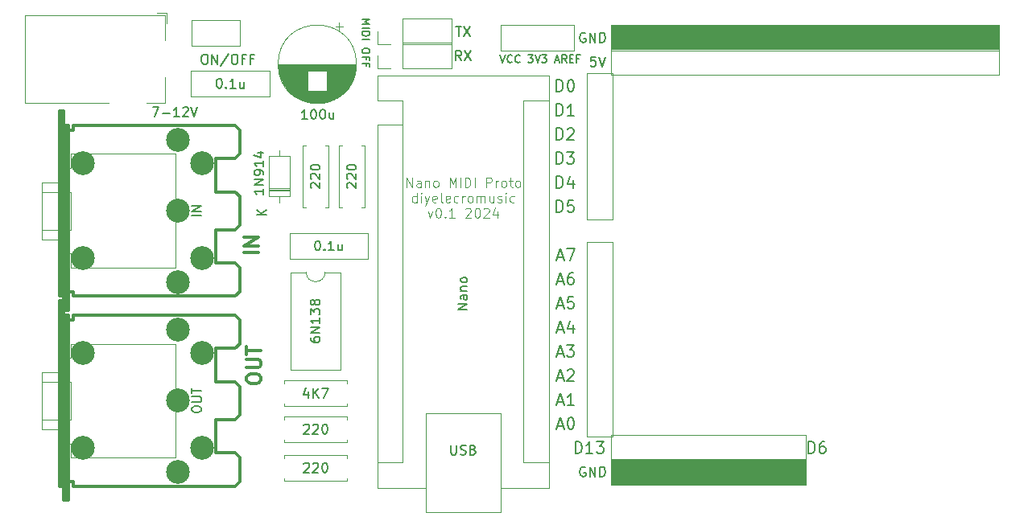
<source format=gbr>
%TF.GenerationSoftware,KiCad,Pcbnew,8.0.5*%
%TF.CreationDate,2024-10-10T20:13:41+01:00*%
%TF.ProjectId,NanoMIDIProtoShield,4e616e6f-4d49-4444-9950-726f746f5368,rev?*%
%TF.SameCoordinates,Original*%
%TF.FileFunction,Legend,Top*%
%TF.FilePolarity,Positive*%
%FSLAX46Y46*%
G04 Gerber Fmt 4.6, Leading zero omitted, Abs format (unit mm)*
G04 Created by KiCad (PCBNEW 8.0.5) date 2024-10-10 20:13:41*
%MOMM*%
%LPD*%
G01*
G04 APERTURE LIST*
%ADD10C,0.100000*%
%ADD11C,0.200000*%
%ADD12C,0.150000*%
%ADD13C,0.304800*%
%ADD14C,0.120000*%
%ADD15C,2.499360*%
G04 APERTURE END LIST*
D10*
X108070000Y-96890000D02*
X128510000Y-96890000D01*
X128510000Y-99550000D01*
X108070000Y-99550000D01*
X108070000Y-96890000D01*
G36*
X108070000Y-96890000D02*
G01*
X128510000Y-96890000D01*
X128510000Y-99550000D01*
X108070000Y-99550000D01*
X108070000Y-96890000D01*
G37*
X108070000Y-51170000D02*
X148830000Y-51170000D01*
X148830000Y-53710000D01*
X108070000Y-53710000D01*
X108070000Y-51170000D01*
G36*
X108070000Y-51170000D02*
G01*
X148830000Y-51170000D01*
X148830000Y-53710000D01*
X108070000Y-53710000D01*
X108070000Y-51170000D01*
G37*
D11*
X102311279Y-68284742D02*
X102311279Y-67084742D01*
X102311279Y-67084742D02*
X102596993Y-67084742D01*
X102596993Y-67084742D02*
X102768422Y-67141885D01*
X102768422Y-67141885D02*
X102882707Y-67256171D01*
X102882707Y-67256171D02*
X102939850Y-67370457D01*
X102939850Y-67370457D02*
X102996993Y-67599028D01*
X102996993Y-67599028D02*
X102996993Y-67770457D01*
X102996993Y-67770457D02*
X102939850Y-67999028D01*
X102939850Y-67999028D02*
X102882707Y-68113314D01*
X102882707Y-68113314D02*
X102768422Y-68227600D01*
X102768422Y-68227600D02*
X102596993Y-68284742D01*
X102596993Y-68284742D02*
X102311279Y-68284742D01*
X104025565Y-67484742D02*
X104025565Y-68284742D01*
X103739850Y-67027600D02*
X103454136Y-67884742D01*
X103454136Y-67884742D02*
X104196993Y-67884742D01*
X104298422Y-96224742D02*
X104298422Y-95024742D01*
X104298422Y-95024742D02*
X104584136Y-95024742D01*
X104584136Y-95024742D02*
X104755565Y-95081885D01*
X104755565Y-95081885D02*
X104869850Y-95196171D01*
X104869850Y-95196171D02*
X104926993Y-95310457D01*
X104926993Y-95310457D02*
X104984136Y-95539028D01*
X104984136Y-95539028D02*
X104984136Y-95710457D01*
X104984136Y-95710457D02*
X104926993Y-95939028D01*
X104926993Y-95939028D02*
X104869850Y-96053314D01*
X104869850Y-96053314D02*
X104755565Y-96167600D01*
X104755565Y-96167600D02*
X104584136Y-96224742D01*
X104584136Y-96224742D02*
X104298422Y-96224742D01*
X106126993Y-96224742D02*
X105441279Y-96224742D01*
X105784136Y-96224742D02*
X105784136Y-95024742D01*
X105784136Y-95024742D02*
X105669850Y-95196171D01*
X105669850Y-95196171D02*
X105555565Y-95310457D01*
X105555565Y-95310457D02*
X105441279Y-95367600D01*
X106526993Y-95024742D02*
X107269850Y-95024742D01*
X107269850Y-95024742D02*
X106869850Y-95481885D01*
X106869850Y-95481885D02*
X107041279Y-95481885D01*
X107041279Y-95481885D02*
X107155565Y-95539028D01*
X107155565Y-95539028D02*
X107212707Y-95596171D01*
X107212707Y-95596171D02*
X107269850Y-95710457D01*
X107269850Y-95710457D02*
X107269850Y-95996171D01*
X107269850Y-95996171D02*
X107212707Y-96110457D01*
X107212707Y-96110457D02*
X107155565Y-96167600D01*
X107155565Y-96167600D02*
X107041279Y-96224742D01*
X107041279Y-96224742D02*
X106698422Y-96224742D01*
X106698422Y-96224742D02*
X106584136Y-96167600D01*
X106584136Y-96167600D02*
X106526993Y-96110457D01*
X102425565Y-80641885D02*
X102996994Y-80641885D01*
X102311279Y-80984742D02*
X102711279Y-79784742D01*
X102711279Y-79784742D02*
X103111279Y-80984742D01*
X104082707Y-79784742D02*
X103511279Y-79784742D01*
X103511279Y-79784742D02*
X103454136Y-80356171D01*
X103454136Y-80356171D02*
X103511279Y-80299028D01*
X103511279Y-80299028D02*
X103625565Y-80241885D01*
X103625565Y-80241885D02*
X103911279Y-80241885D01*
X103911279Y-80241885D02*
X104025565Y-80299028D01*
X104025565Y-80299028D02*
X104082707Y-80356171D01*
X104082707Y-80356171D02*
X104139850Y-80470457D01*
X104139850Y-80470457D02*
X104139850Y-80756171D01*
X104139850Y-80756171D02*
X104082707Y-80870457D01*
X104082707Y-80870457D02*
X104025565Y-80927600D01*
X104025565Y-80927600D02*
X103911279Y-80984742D01*
X103911279Y-80984742D02*
X103625565Y-80984742D01*
X103625565Y-80984742D02*
X103511279Y-80927600D01*
X103511279Y-80927600D02*
X103454136Y-80870457D01*
X102425565Y-75561885D02*
X102996994Y-75561885D01*
X102311279Y-75904742D02*
X102711279Y-74704742D01*
X102711279Y-74704742D02*
X103111279Y-75904742D01*
X103396993Y-74704742D02*
X104196993Y-74704742D01*
X104196993Y-74704742D02*
X103682707Y-75904742D01*
X102425565Y-85721885D02*
X102996994Y-85721885D01*
X102311279Y-86064742D02*
X102711279Y-84864742D01*
X102711279Y-84864742D02*
X103111279Y-86064742D01*
X103396993Y-84864742D02*
X104139850Y-84864742D01*
X104139850Y-84864742D02*
X103739850Y-85321885D01*
X103739850Y-85321885D02*
X103911279Y-85321885D01*
X103911279Y-85321885D02*
X104025565Y-85379028D01*
X104025565Y-85379028D02*
X104082707Y-85436171D01*
X104082707Y-85436171D02*
X104139850Y-85550457D01*
X104139850Y-85550457D02*
X104139850Y-85836171D01*
X104139850Y-85836171D02*
X104082707Y-85950457D01*
X104082707Y-85950457D02*
X104025565Y-86007600D01*
X104025565Y-86007600D02*
X103911279Y-86064742D01*
X103911279Y-86064742D02*
X103568422Y-86064742D01*
X103568422Y-86064742D02*
X103454136Y-86007600D01*
X103454136Y-86007600D02*
X103396993Y-85950457D01*
D12*
X96381428Y-54302295D02*
X96648095Y-55102295D01*
X96648095Y-55102295D02*
X96914761Y-54302295D01*
X97638571Y-55026104D02*
X97600475Y-55064200D01*
X97600475Y-55064200D02*
X97486190Y-55102295D01*
X97486190Y-55102295D02*
X97409999Y-55102295D01*
X97409999Y-55102295D02*
X97295713Y-55064200D01*
X97295713Y-55064200D02*
X97219523Y-54988009D01*
X97219523Y-54988009D02*
X97181428Y-54911819D01*
X97181428Y-54911819D02*
X97143332Y-54759438D01*
X97143332Y-54759438D02*
X97143332Y-54645152D01*
X97143332Y-54645152D02*
X97181428Y-54492771D01*
X97181428Y-54492771D02*
X97219523Y-54416580D01*
X97219523Y-54416580D02*
X97295713Y-54340390D01*
X97295713Y-54340390D02*
X97409999Y-54302295D01*
X97409999Y-54302295D02*
X97486190Y-54302295D01*
X97486190Y-54302295D02*
X97600475Y-54340390D01*
X97600475Y-54340390D02*
X97638571Y-54378485D01*
X98438571Y-55026104D02*
X98400475Y-55064200D01*
X98400475Y-55064200D02*
X98286190Y-55102295D01*
X98286190Y-55102295D02*
X98209999Y-55102295D01*
X98209999Y-55102295D02*
X98095713Y-55064200D01*
X98095713Y-55064200D02*
X98019523Y-54988009D01*
X98019523Y-54988009D02*
X97981428Y-54911819D01*
X97981428Y-54911819D02*
X97943332Y-54759438D01*
X97943332Y-54759438D02*
X97943332Y-54645152D01*
X97943332Y-54645152D02*
X97981428Y-54492771D01*
X97981428Y-54492771D02*
X98019523Y-54416580D01*
X98019523Y-54416580D02*
X98095713Y-54340390D01*
X98095713Y-54340390D02*
X98209999Y-54302295D01*
X98209999Y-54302295D02*
X98286190Y-54302295D01*
X98286190Y-54302295D02*
X98400475Y-54340390D01*
X98400475Y-54340390D02*
X98438571Y-54378485D01*
X99314761Y-54302295D02*
X99809999Y-54302295D01*
X99809999Y-54302295D02*
X99543333Y-54607057D01*
X99543333Y-54607057D02*
X99657618Y-54607057D01*
X99657618Y-54607057D02*
X99733809Y-54645152D01*
X99733809Y-54645152D02*
X99771904Y-54683247D01*
X99771904Y-54683247D02*
X99809999Y-54759438D01*
X99809999Y-54759438D02*
X99809999Y-54949914D01*
X99809999Y-54949914D02*
X99771904Y-55026104D01*
X99771904Y-55026104D02*
X99733809Y-55064200D01*
X99733809Y-55064200D02*
X99657618Y-55102295D01*
X99657618Y-55102295D02*
X99429047Y-55102295D01*
X99429047Y-55102295D02*
X99352856Y-55064200D01*
X99352856Y-55064200D02*
X99314761Y-55026104D01*
X100038571Y-54302295D02*
X100305238Y-55102295D01*
X100305238Y-55102295D02*
X100571904Y-54302295D01*
X100762380Y-54302295D02*
X101257618Y-54302295D01*
X101257618Y-54302295D02*
X100990952Y-54607057D01*
X100990952Y-54607057D02*
X101105237Y-54607057D01*
X101105237Y-54607057D02*
X101181428Y-54645152D01*
X101181428Y-54645152D02*
X101219523Y-54683247D01*
X101219523Y-54683247D02*
X101257618Y-54759438D01*
X101257618Y-54759438D02*
X101257618Y-54949914D01*
X101257618Y-54949914D02*
X101219523Y-55026104D01*
X101219523Y-55026104D02*
X101181428Y-55064200D01*
X101181428Y-55064200D02*
X101105237Y-55102295D01*
X101105237Y-55102295D02*
X100876666Y-55102295D01*
X100876666Y-55102295D02*
X100800475Y-55064200D01*
X100800475Y-55064200D02*
X100762380Y-55026104D01*
X102171904Y-54873723D02*
X102552857Y-54873723D01*
X102095714Y-55102295D02*
X102362381Y-54302295D01*
X102362381Y-54302295D02*
X102629047Y-55102295D01*
X103352857Y-55102295D02*
X103086190Y-54721342D01*
X102895714Y-55102295D02*
X102895714Y-54302295D01*
X102895714Y-54302295D02*
X103200476Y-54302295D01*
X103200476Y-54302295D02*
X103276666Y-54340390D01*
X103276666Y-54340390D02*
X103314761Y-54378485D01*
X103314761Y-54378485D02*
X103352857Y-54454676D01*
X103352857Y-54454676D02*
X103352857Y-54568961D01*
X103352857Y-54568961D02*
X103314761Y-54645152D01*
X103314761Y-54645152D02*
X103276666Y-54683247D01*
X103276666Y-54683247D02*
X103200476Y-54721342D01*
X103200476Y-54721342D02*
X102895714Y-54721342D01*
X103695714Y-54683247D02*
X103962380Y-54683247D01*
X104076666Y-55102295D02*
X103695714Y-55102295D01*
X103695714Y-55102295D02*
X103695714Y-54302295D01*
X103695714Y-54302295D02*
X104076666Y-54302295D01*
X104686190Y-54683247D02*
X104419524Y-54683247D01*
X104419524Y-55102295D02*
X104419524Y-54302295D01*
X104419524Y-54302295D02*
X104800476Y-54302295D01*
D10*
X86547619Y-68202531D02*
X86547619Y-67202531D01*
X86547619Y-67202531D02*
X87119047Y-68202531D01*
X87119047Y-68202531D02*
X87119047Y-67202531D01*
X88023809Y-68202531D02*
X88023809Y-67678721D01*
X88023809Y-67678721D02*
X87976190Y-67583483D01*
X87976190Y-67583483D02*
X87880952Y-67535864D01*
X87880952Y-67535864D02*
X87690476Y-67535864D01*
X87690476Y-67535864D02*
X87595238Y-67583483D01*
X88023809Y-68154912D02*
X87928571Y-68202531D01*
X87928571Y-68202531D02*
X87690476Y-68202531D01*
X87690476Y-68202531D02*
X87595238Y-68154912D01*
X87595238Y-68154912D02*
X87547619Y-68059673D01*
X87547619Y-68059673D02*
X87547619Y-67964435D01*
X87547619Y-67964435D02*
X87595238Y-67869197D01*
X87595238Y-67869197D02*
X87690476Y-67821578D01*
X87690476Y-67821578D02*
X87928571Y-67821578D01*
X87928571Y-67821578D02*
X88023809Y-67773959D01*
X88500000Y-67535864D02*
X88500000Y-68202531D01*
X88500000Y-67631102D02*
X88547619Y-67583483D01*
X88547619Y-67583483D02*
X88642857Y-67535864D01*
X88642857Y-67535864D02*
X88785714Y-67535864D01*
X88785714Y-67535864D02*
X88880952Y-67583483D01*
X88880952Y-67583483D02*
X88928571Y-67678721D01*
X88928571Y-67678721D02*
X88928571Y-68202531D01*
X89547619Y-68202531D02*
X89452381Y-68154912D01*
X89452381Y-68154912D02*
X89404762Y-68107292D01*
X89404762Y-68107292D02*
X89357143Y-68012054D01*
X89357143Y-68012054D02*
X89357143Y-67726340D01*
X89357143Y-67726340D02*
X89404762Y-67631102D01*
X89404762Y-67631102D02*
X89452381Y-67583483D01*
X89452381Y-67583483D02*
X89547619Y-67535864D01*
X89547619Y-67535864D02*
X89690476Y-67535864D01*
X89690476Y-67535864D02*
X89785714Y-67583483D01*
X89785714Y-67583483D02*
X89833333Y-67631102D01*
X89833333Y-67631102D02*
X89880952Y-67726340D01*
X89880952Y-67726340D02*
X89880952Y-68012054D01*
X89880952Y-68012054D02*
X89833333Y-68107292D01*
X89833333Y-68107292D02*
X89785714Y-68154912D01*
X89785714Y-68154912D02*
X89690476Y-68202531D01*
X89690476Y-68202531D02*
X89547619Y-68202531D01*
X91071429Y-68202531D02*
X91071429Y-67202531D01*
X91071429Y-67202531D02*
X91404762Y-67916816D01*
X91404762Y-67916816D02*
X91738095Y-67202531D01*
X91738095Y-67202531D02*
X91738095Y-68202531D01*
X92214286Y-68202531D02*
X92214286Y-67202531D01*
X92690476Y-68202531D02*
X92690476Y-67202531D01*
X92690476Y-67202531D02*
X92928571Y-67202531D01*
X92928571Y-67202531D02*
X93071428Y-67250150D01*
X93071428Y-67250150D02*
X93166666Y-67345388D01*
X93166666Y-67345388D02*
X93214285Y-67440626D01*
X93214285Y-67440626D02*
X93261904Y-67631102D01*
X93261904Y-67631102D02*
X93261904Y-67773959D01*
X93261904Y-67773959D02*
X93214285Y-67964435D01*
X93214285Y-67964435D02*
X93166666Y-68059673D01*
X93166666Y-68059673D02*
X93071428Y-68154912D01*
X93071428Y-68154912D02*
X92928571Y-68202531D01*
X92928571Y-68202531D02*
X92690476Y-68202531D01*
X93690476Y-68202531D02*
X93690476Y-67202531D01*
X94928571Y-68202531D02*
X94928571Y-67202531D01*
X94928571Y-67202531D02*
X95309523Y-67202531D01*
X95309523Y-67202531D02*
X95404761Y-67250150D01*
X95404761Y-67250150D02*
X95452380Y-67297769D01*
X95452380Y-67297769D02*
X95499999Y-67393007D01*
X95499999Y-67393007D02*
X95499999Y-67535864D01*
X95499999Y-67535864D02*
X95452380Y-67631102D01*
X95452380Y-67631102D02*
X95404761Y-67678721D01*
X95404761Y-67678721D02*
X95309523Y-67726340D01*
X95309523Y-67726340D02*
X94928571Y-67726340D01*
X95928571Y-68202531D02*
X95928571Y-67535864D01*
X95928571Y-67726340D02*
X95976190Y-67631102D01*
X95976190Y-67631102D02*
X96023809Y-67583483D01*
X96023809Y-67583483D02*
X96119047Y-67535864D01*
X96119047Y-67535864D02*
X96214285Y-67535864D01*
X96690476Y-68202531D02*
X96595238Y-68154912D01*
X96595238Y-68154912D02*
X96547619Y-68107292D01*
X96547619Y-68107292D02*
X96500000Y-68012054D01*
X96500000Y-68012054D02*
X96500000Y-67726340D01*
X96500000Y-67726340D02*
X96547619Y-67631102D01*
X96547619Y-67631102D02*
X96595238Y-67583483D01*
X96595238Y-67583483D02*
X96690476Y-67535864D01*
X96690476Y-67535864D02*
X96833333Y-67535864D01*
X96833333Y-67535864D02*
X96928571Y-67583483D01*
X96928571Y-67583483D02*
X96976190Y-67631102D01*
X96976190Y-67631102D02*
X97023809Y-67726340D01*
X97023809Y-67726340D02*
X97023809Y-68012054D01*
X97023809Y-68012054D02*
X96976190Y-68107292D01*
X96976190Y-68107292D02*
X96928571Y-68154912D01*
X96928571Y-68154912D02*
X96833333Y-68202531D01*
X96833333Y-68202531D02*
X96690476Y-68202531D01*
X97309524Y-67535864D02*
X97690476Y-67535864D01*
X97452381Y-67202531D02*
X97452381Y-68059673D01*
X97452381Y-68059673D02*
X97500000Y-68154912D01*
X97500000Y-68154912D02*
X97595238Y-68202531D01*
X97595238Y-68202531D02*
X97690476Y-68202531D01*
X98166667Y-68202531D02*
X98071429Y-68154912D01*
X98071429Y-68154912D02*
X98023810Y-68107292D01*
X98023810Y-68107292D02*
X97976191Y-68012054D01*
X97976191Y-68012054D02*
X97976191Y-67726340D01*
X97976191Y-67726340D02*
X98023810Y-67631102D01*
X98023810Y-67631102D02*
X98071429Y-67583483D01*
X98071429Y-67583483D02*
X98166667Y-67535864D01*
X98166667Y-67535864D02*
X98309524Y-67535864D01*
X98309524Y-67535864D02*
X98404762Y-67583483D01*
X98404762Y-67583483D02*
X98452381Y-67631102D01*
X98452381Y-67631102D02*
X98500000Y-67726340D01*
X98500000Y-67726340D02*
X98500000Y-68012054D01*
X98500000Y-68012054D02*
X98452381Y-68107292D01*
X98452381Y-68107292D02*
X98404762Y-68154912D01*
X98404762Y-68154912D02*
X98309524Y-68202531D01*
X98309524Y-68202531D02*
X98166667Y-68202531D01*
X87595237Y-69812475D02*
X87595237Y-68812475D01*
X87595237Y-69764856D02*
X87499999Y-69812475D01*
X87499999Y-69812475D02*
X87309523Y-69812475D01*
X87309523Y-69812475D02*
X87214285Y-69764856D01*
X87214285Y-69764856D02*
X87166666Y-69717236D01*
X87166666Y-69717236D02*
X87119047Y-69621998D01*
X87119047Y-69621998D02*
X87119047Y-69336284D01*
X87119047Y-69336284D02*
X87166666Y-69241046D01*
X87166666Y-69241046D02*
X87214285Y-69193427D01*
X87214285Y-69193427D02*
X87309523Y-69145808D01*
X87309523Y-69145808D02*
X87499999Y-69145808D01*
X87499999Y-69145808D02*
X87595237Y-69193427D01*
X88071428Y-69812475D02*
X88071428Y-69145808D01*
X88071428Y-68812475D02*
X88023809Y-68860094D01*
X88023809Y-68860094D02*
X88071428Y-68907713D01*
X88071428Y-68907713D02*
X88119047Y-68860094D01*
X88119047Y-68860094D02*
X88071428Y-68812475D01*
X88071428Y-68812475D02*
X88071428Y-68907713D01*
X88452380Y-69145808D02*
X88690475Y-69812475D01*
X88928570Y-69145808D02*
X88690475Y-69812475D01*
X88690475Y-69812475D02*
X88595237Y-70050570D01*
X88595237Y-70050570D02*
X88547618Y-70098189D01*
X88547618Y-70098189D02*
X88452380Y-70145808D01*
X89690475Y-69764856D02*
X89595237Y-69812475D01*
X89595237Y-69812475D02*
X89404761Y-69812475D01*
X89404761Y-69812475D02*
X89309523Y-69764856D01*
X89309523Y-69764856D02*
X89261904Y-69669617D01*
X89261904Y-69669617D02*
X89261904Y-69288665D01*
X89261904Y-69288665D02*
X89309523Y-69193427D01*
X89309523Y-69193427D02*
X89404761Y-69145808D01*
X89404761Y-69145808D02*
X89595237Y-69145808D01*
X89595237Y-69145808D02*
X89690475Y-69193427D01*
X89690475Y-69193427D02*
X89738094Y-69288665D01*
X89738094Y-69288665D02*
X89738094Y-69383903D01*
X89738094Y-69383903D02*
X89261904Y-69479141D01*
X90309523Y-69812475D02*
X90214285Y-69764856D01*
X90214285Y-69764856D02*
X90166666Y-69669617D01*
X90166666Y-69669617D02*
X90166666Y-68812475D01*
X91071428Y-69764856D02*
X90976190Y-69812475D01*
X90976190Y-69812475D02*
X90785714Y-69812475D01*
X90785714Y-69812475D02*
X90690476Y-69764856D01*
X90690476Y-69764856D02*
X90642857Y-69669617D01*
X90642857Y-69669617D02*
X90642857Y-69288665D01*
X90642857Y-69288665D02*
X90690476Y-69193427D01*
X90690476Y-69193427D02*
X90785714Y-69145808D01*
X90785714Y-69145808D02*
X90976190Y-69145808D01*
X90976190Y-69145808D02*
X91071428Y-69193427D01*
X91071428Y-69193427D02*
X91119047Y-69288665D01*
X91119047Y-69288665D02*
X91119047Y-69383903D01*
X91119047Y-69383903D02*
X90642857Y-69479141D01*
X91976190Y-69764856D02*
X91880952Y-69812475D01*
X91880952Y-69812475D02*
X91690476Y-69812475D01*
X91690476Y-69812475D02*
X91595238Y-69764856D01*
X91595238Y-69764856D02*
X91547619Y-69717236D01*
X91547619Y-69717236D02*
X91500000Y-69621998D01*
X91500000Y-69621998D02*
X91500000Y-69336284D01*
X91500000Y-69336284D02*
X91547619Y-69241046D01*
X91547619Y-69241046D02*
X91595238Y-69193427D01*
X91595238Y-69193427D02*
X91690476Y-69145808D01*
X91690476Y-69145808D02*
X91880952Y-69145808D01*
X91880952Y-69145808D02*
X91976190Y-69193427D01*
X92404762Y-69812475D02*
X92404762Y-69145808D01*
X92404762Y-69336284D02*
X92452381Y-69241046D01*
X92452381Y-69241046D02*
X92500000Y-69193427D01*
X92500000Y-69193427D02*
X92595238Y-69145808D01*
X92595238Y-69145808D02*
X92690476Y-69145808D01*
X93166667Y-69812475D02*
X93071429Y-69764856D01*
X93071429Y-69764856D02*
X93023810Y-69717236D01*
X93023810Y-69717236D02*
X92976191Y-69621998D01*
X92976191Y-69621998D02*
X92976191Y-69336284D01*
X92976191Y-69336284D02*
X93023810Y-69241046D01*
X93023810Y-69241046D02*
X93071429Y-69193427D01*
X93071429Y-69193427D02*
X93166667Y-69145808D01*
X93166667Y-69145808D02*
X93309524Y-69145808D01*
X93309524Y-69145808D02*
X93404762Y-69193427D01*
X93404762Y-69193427D02*
X93452381Y-69241046D01*
X93452381Y-69241046D02*
X93500000Y-69336284D01*
X93500000Y-69336284D02*
X93500000Y-69621998D01*
X93500000Y-69621998D02*
X93452381Y-69717236D01*
X93452381Y-69717236D02*
X93404762Y-69764856D01*
X93404762Y-69764856D02*
X93309524Y-69812475D01*
X93309524Y-69812475D02*
X93166667Y-69812475D01*
X93928572Y-69812475D02*
X93928572Y-69145808D01*
X93928572Y-69241046D02*
X93976191Y-69193427D01*
X93976191Y-69193427D02*
X94071429Y-69145808D01*
X94071429Y-69145808D02*
X94214286Y-69145808D01*
X94214286Y-69145808D02*
X94309524Y-69193427D01*
X94309524Y-69193427D02*
X94357143Y-69288665D01*
X94357143Y-69288665D02*
X94357143Y-69812475D01*
X94357143Y-69288665D02*
X94404762Y-69193427D01*
X94404762Y-69193427D02*
X94500000Y-69145808D01*
X94500000Y-69145808D02*
X94642857Y-69145808D01*
X94642857Y-69145808D02*
X94738096Y-69193427D01*
X94738096Y-69193427D02*
X94785715Y-69288665D01*
X94785715Y-69288665D02*
X94785715Y-69812475D01*
X95690476Y-69145808D02*
X95690476Y-69812475D01*
X95261905Y-69145808D02*
X95261905Y-69669617D01*
X95261905Y-69669617D02*
X95309524Y-69764856D01*
X95309524Y-69764856D02*
X95404762Y-69812475D01*
X95404762Y-69812475D02*
X95547619Y-69812475D01*
X95547619Y-69812475D02*
X95642857Y-69764856D01*
X95642857Y-69764856D02*
X95690476Y-69717236D01*
X96119048Y-69764856D02*
X96214286Y-69812475D01*
X96214286Y-69812475D02*
X96404762Y-69812475D01*
X96404762Y-69812475D02*
X96500000Y-69764856D01*
X96500000Y-69764856D02*
X96547619Y-69669617D01*
X96547619Y-69669617D02*
X96547619Y-69621998D01*
X96547619Y-69621998D02*
X96500000Y-69526760D01*
X96500000Y-69526760D02*
X96404762Y-69479141D01*
X96404762Y-69479141D02*
X96261905Y-69479141D01*
X96261905Y-69479141D02*
X96166667Y-69431522D01*
X96166667Y-69431522D02*
X96119048Y-69336284D01*
X96119048Y-69336284D02*
X96119048Y-69288665D01*
X96119048Y-69288665D02*
X96166667Y-69193427D01*
X96166667Y-69193427D02*
X96261905Y-69145808D01*
X96261905Y-69145808D02*
X96404762Y-69145808D01*
X96404762Y-69145808D02*
X96500000Y-69193427D01*
X96976191Y-69812475D02*
X96976191Y-69145808D01*
X96976191Y-68812475D02*
X96928572Y-68860094D01*
X96928572Y-68860094D02*
X96976191Y-68907713D01*
X96976191Y-68907713D02*
X97023810Y-68860094D01*
X97023810Y-68860094D02*
X96976191Y-68812475D01*
X96976191Y-68812475D02*
X96976191Y-68907713D01*
X97880952Y-69764856D02*
X97785714Y-69812475D01*
X97785714Y-69812475D02*
X97595238Y-69812475D01*
X97595238Y-69812475D02*
X97500000Y-69764856D01*
X97500000Y-69764856D02*
X97452381Y-69717236D01*
X97452381Y-69717236D02*
X97404762Y-69621998D01*
X97404762Y-69621998D02*
X97404762Y-69336284D01*
X97404762Y-69336284D02*
X97452381Y-69241046D01*
X97452381Y-69241046D02*
X97500000Y-69193427D01*
X97500000Y-69193427D02*
X97595238Y-69145808D01*
X97595238Y-69145808D02*
X97785714Y-69145808D01*
X97785714Y-69145808D02*
X97880952Y-69193427D01*
X88785714Y-70755752D02*
X89023809Y-71422419D01*
X89023809Y-71422419D02*
X89261904Y-70755752D01*
X89833333Y-70422419D02*
X89928571Y-70422419D01*
X89928571Y-70422419D02*
X90023809Y-70470038D01*
X90023809Y-70470038D02*
X90071428Y-70517657D01*
X90071428Y-70517657D02*
X90119047Y-70612895D01*
X90119047Y-70612895D02*
X90166666Y-70803371D01*
X90166666Y-70803371D02*
X90166666Y-71041466D01*
X90166666Y-71041466D02*
X90119047Y-71231942D01*
X90119047Y-71231942D02*
X90071428Y-71327180D01*
X90071428Y-71327180D02*
X90023809Y-71374800D01*
X90023809Y-71374800D02*
X89928571Y-71422419D01*
X89928571Y-71422419D02*
X89833333Y-71422419D01*
X89833333Y-71422419D02*
X89738095Y-71374800D01*
X89738095Y-71374800D02*
X89690476Y-71327180D01*
X89690476Y-71327180D02*
X89642857Y-71231942D01*
X89642857Y-71231942D02*
X89595238Y-71041466D01*
X89595238Y-71041466D02*
X89595238Y-70803371D01*
X89595238Y-70803371D02*
X89642857Y-70612895D01*
X89642857Y-70612895D02*
X89690476Y-70517657D01*
X89690476Y-70517657D02*
X89738095Y-70470038D01*
X89738095Y-70470038D02*
X89833333Y-70422419D01*
X90595238Y-71327180D02*
X90642857Y-71374800D01*
X90642857Y-71374800D02*
X90595238Y-71422419D01*
X90595238Y-71422419D02*
X90547619Y-71374800D01*
X90547619Y-71374800D02*
X90595238Y-71327180D01*
X90595238Y-71327180D02*
X90595238Y-71422419D01*
X91595237Y-71422419D02*
X91023809Y-71422419D01*
X91309523Y-71422419D02*
X91309523Y-70422419D01*
X91309523Y-70422419D02*
X91214285Y-70565276D01*
X91214285Y-70565276D02*
X91119047Y-70660514D01*
X91119047Y-70660514D02*
X91023809Y-70708133D01*
X92738095Y-70517657D02*
X92785714Y-70470038D01*
X92785714Y-70470038D02*
X92880952Y-70422419D01*
X92880952Y-70422419D02*
X93119047Y-70422419D01*
X93119047Y-70422419D02*
X93214285Y-70470038D01*
X93214285Y-70470038D02*
X93261904Y-70517657D01*
X93261904Y-70517657D02*
X93309523Y-70612895D01*
X93309523Y-70612895D02*
X93309523Y-70708133D01*
X93309523Y-70708133D02*
X93261904Y-70850990D01*
X93261904Y-70850990D02*
X92690476Y-71422419D01*
X92690476Y-71422419D02*
X93309523Y-71422419D01*
X93928571Y-70422419D02*
X94023809Y-70422419D01*
X94023809Y-70422419D02*
X94119047Y-70470038D01*
X94119047Y-70470038D02*
X94166666Y-70517657D01*
X94166666Y-70517657D02*
X94214285Y-70612895D01*
X94214285Y-70612895D02*
X94261904Y-70803371D01*
X94261904Y-70803371D02*
X94261904Y-71041466D01*
X94261904Y-71041466D02*
X94214285Y-71231942D01*
X94214285Y-71231942D02*
X94166666Y-71327180D01*
X94166666Y-71327180D02*
X94119047Y-71374800D01*
X94119047Y-71374800D02*
X94023809Y-71422419D01*
X94023809Y-71422419D02*
X93928571Y-71422419D01*
X93928571Y-71422419D02*
X93833333Y-71374800D01*
X93833333Y-71374800D02*
X93785714Y-71327180D01*
X93785714Y-71327180D02*
X93738095Y-71231942D01*
X93738095Y-71231942D02*
X93690476Y-71041466D01*
X93690476Y-71041466D02*
X93690476Y-70803371D01*
X93690476Y-70803371D02*
X93738095Y-70612895D01*
X93738095Y-70612895D02*
X93785714Y-70517657D01*
X93785714Y-70517657D02*
X93833333Y-70470038D01*
X93833333Y-70470038D02*
X93928571Y-70422419D01*
X94642857Y-70517657D02*
X94690476Y-70470038D01*
X94690476Y-70470038D02*
X94785714Y-70422419D01*
X94785714Y-70422419D02*
X95023809Y-70422419D01*
X95023809Y-70422419D02*
X95119047Y-70470038D01*
X95119047Y-70470038D02*
X95166666Y-70517657D01*
X95166666Y-70517657D02*
X95214285Y-70612895D01*
X95214285Y-70612895D02*
X95214285Y-70708133D01*
X95214285Y-70708133D02*
X95166666Y-70850990D01*
X95166666Y-70850990D02*
X94595238Y-71422419D01*
X94595238Y-71422419D02*
X95214285Y-71422419D01*
X96071428Y-70755752D02*
X96071428Y-71422419D01*
X95833333Y-70374800D02*
X95595238Y-71089085D01*
X95595238Y-71089085D02*
X96214285Y-71089085D01*
D11*
X102425565Y-88261885D02*
X102996994Y-88261885D01*
X102311279Y-88604742D02*
X102711279Y-87404742D01*
X102711279Y-87404742D02*
X103111279Y-88604742D01*
X103454136Y-87519028D02*
X103511279Y-87461885D01*
X103511279Y-87461885D02*
X103625565Y-87404742D01*
X103625565Y-87404742D02*
X103911279Y-87404742D01*
X103911279Y-87404742D02*
X104025565Y-87461885D01*
X104025565Y-87461885D02*
X104082707Y-87519028D01*
X104082707Y-87519028D02*
X104139850Y-87633314D01*
X104139850Y-87633314D02*
X104139850Y-87747600D01*
X104139850Y-87747600D02*
X104082707Y-87919028D01*
X104082707Y-87919028D02*
X103396993Y-88604742D01*
X103396993Y-88604742D02*
X104139850Y-88604742D01*
X102311279Y-65744742D02*
X102311279Y-64544742D01*
X102311279Y-64544742D02*
X102596993Y-64544742D01*
X102596993Y-64544742D02*
X102768422Y-64601885D01*
X102768422Y-64601885D02*
X102882707Y-64716171D01*
X102882707Y-64716171D02*
X102939850Y-64830457D01*
X102939850Y-64830457D02*
X102996993Y-65059028D01*
X102996993Y-65059028D02*
X102996993Y-65230457D01*
X102996993Y-65230457D02*
X102939850Y-65459028D01*
X102939850Y-65459028D02*
X102882707Y-65573314D01*
X102882707Y-65573314D02*
X102768422Y-65687600D01*
X102768422Y-65687600D02*
X102596993Y-65744742D01*
X102596993Y-65744742D02*
X102311279Y-65744742D01*
X103396993Y-64544742D02*
X104139850Y-64544742D01*
X104139850Y-64544742D02*
X103739850Y-65001885D01*
X103739850Y-65001885D02*
X103911279Y-65001885D01*
X103911279Y-65001885D02*
X104025565Y-65059028D01*
X104025565Y-65059028D02*
X104082707Y-65116171D01*
X104082707Y-65116171D02*
X104139850Y-65230457D01*
X104139850Y-65230457D02*
X104139850Y-65516171D01*
X104139850Y-65516171D02*
X104082707Y-65630457D01*
X104082707Y-65630457D02*
X104025565Y-65687600D01*
X104025565Y-65687600D02*
X103911279Y-65744742D01*
X103911279Y-65744742D02*
X103568422Y-65744742D01*
X103568422Y-65744742D02*
X103454136Y-65687600D01*
X103454136Y-65687600D02*
X103396993Y-65630457D01*
X102425565Y-93341885D02*
X102996994Y-93341885D01*
X102311279Y-93684742D02*
X102711279Y-92484742D01*
X102711279Y-92484742D02*
X103111279Y-93684742D01*
X103739850Y-92484742D02*
X103854136Y-92484742D01*
X103854136Y-92484742D02*
X103968422Y-92541885D01*
X103968422Y-92541885D02*
X104025565Y-92599028D01*
X104025565Y-92599028D02*
X104082707Y-92713314D01*
X104082707Y-92713314D02*
X104139850Y-92941885D01*
X104139850Y-92941885D02*
X104139850Y-93227600D01*
X104139850Y-93227600D02*
X104082707Y-93456171D01*
X104082707Y-93456171D02*
X104025565Y-93570457D01*
X104025565Y-93570457D02*
X103968422Y-93627600D01*
X103968422Y-93627600D02*
X103854136Y-93684742D01*
X103854136Y-93684742D02*
X103739850Y-93684742D01*
X103739850Y-93684742D02*
X103625565Y-93627600D01*
X103625565Y-93627600D02*
X103568422Y-93570457D01*
X103568422Y-93570457D02*
X103511279Y-93456171D01*
X103511279Y-93456171D02*
X103454136Y-93227600D01*
X103454136Y-93227600D02*
X103454136Y-92941885D01*
X103454136Y-92941885D02*
X103511279Y-92713314D01*
X103511279Y-92713314D02*
X103568422Y-92599028D01*
X103568422Y-92599028D02*
X103625565Y-92541885D01*
X103625565Y-92541885D02*
X103739850Y-92484742D01*
X128801279Y-96224742D02*
X128801279Y-95024742D01*
X128801279Y-95024742D02*
X129086993Y-95024742D01*
X129086993Y-95024742D02*
X129258422Y-95081885D01*
X129258422Y-95081885D02*
X129372707Y-95196171D01*
X129372707Y-95196171D02*
X129429850Y-95310457D01*
X129429850Y-95310457D02*
X129486993Y-95539028D01*
X129486993Y-95539028D02*
X129486993Y-95710457D01*
X129486993Y-95710457D02*
X129429850Y-95939028D01*
X129429850Y-95939028D02*
X129372707Y-96053314D01*
X129372707Y-96053314D02*
X129258422Y-96167600D01*
X129258422Y-96167600D02*
X129086993Y-96224742D01*
X129086993Y-96224742D02*
X128801279Y-96224742D01*
X130515565Y-95024742D02*
X130286993Y-95024742D01*
X130286993Y-95024742D02*
X130172707Y-95081885D01*
X130172707Y-95081885D02*
X130115565Y-95139028D01*
X130115565Y-95139028D02*
X130001279Y-95310457D01*
X130001279Y-95310457D02*
X129944136Y-95539028D01*
X129944136Y-95539028D02*
X129944136Y-95996171D01*
X129944136Y-95996171D02*
X130001279Y-96110457D01*
X130001279Y-96110457D02*
X130058422Y-96167600D01*
X130058422Y-96167600D02*
X130172707Y-96224742D01*
X130172707Y-96224742D02*
X130401279Y-96224742D01*
X130401279Y-96224742D02*
X130515565Y-96167600D01*
X130515565Y-96167600D02*
X130572707Y-96110457D01*
X130572707Y-96110457D02*
X130629850Y-95996171D01*
X130629850Y-95996171D02*
X130629850Y-95710457D01*
X130629850Y-95710457D02*
X130572707Y-95596171D01*
X130572707Y-95596171D02*
X130515565Y-95539028D01*
X130515565Y-95539028D02*
X130401279Y-95481885D01*
X130401279Y-95481885D02*
X130172707Y-95481885D01*
X130172707Y-95481885D02*
X130058422Y-95539028D01*
X130058422Y-95539028D02*
X130001279Y-95596171D01*
X130001279Y-95596171D02*
X129944136Y-95710457D01*
X102311279Y-63204742D02*
X102311279Y-62004742D01*
X102311279Y-62004742D02*
X102596993Y-62004742D01*
X102596993Y-62004742D02*
X102768422Y-62061885D01*
X102768422Y-62061885D02*
X102882707Y-62176171D01*
X102882707Y-62176171D02*
X102939850Y-62290457D01*
X102939850Y-62290457D02*
X102996993Y-62519028D01*
X102996993Y-62519028D02*
X102996993Y-62690457D01*
X102996993Y-62690457D02*
X102939850Y-62919028D01*
X102939850Y-62919028D02*
X102882707Y-63033314D01*
X102882707Y-63033314D02*
X102768422Y-63147600D01*
X102768422Y-63147600D02*
X102596993Y-63204742D01*
X102596993Y-63204742D02*
X102311279Y-63204742D01*
X103454136Y-62119028D02*
X103511279Y-62061885D01*
X103511279Y-62061885D02*
X103625565Y-62004742D01*
X103625565Y-62004742D02*
X103911279Y-62004742D01*
X103911279Y-62004742D02*
X104025565Y-62061885D01*
X104025565Y-62061885D02*
X104082707Y-62119028D01*
X104082707Y-62119028D02*
X104139850Y-62233314D01*
X104139850Y-62233314D02*
X104139850Y-62347600D01*
X104139850Y-62347600D02*
X104082707Y-62519028D01*
X104082707Y-62519028D02*
X103396993Y-63204742D01*
X103396993Y-63204742D02*
X104139850Y-63204742D01*
X102311279Y-70824742D02*
X102311279Y-69624742D01*
X102311279Y-69624742D02*
X102596993Y-69624742D01*
X102596993Y-69624742D02*
X102768422Y-69681885D01*
X102768422Y-69681885D02*
X102882707Y-69796171D01*
X102882707Y-69796171D02*
X102939850Y-69910457D01*
X102939850Y-69910457D02*
X102996993Y-70139028D01*
X102996993Y-70139028D02*
X102996993Y-70310457D01*
X102996993Y-70310457D02*
X102939850Y-70539028D01*
X102939850Y-70539028D02*
X102882707Y-70653314D01*
X102882707Y-70653314D02*
X102768422Y-70767600D01*
X102768422Y-70767600D02*
X102596993Y-70824742D01*
X102596993Y-70824742D02*
X102311279Y-70824742D01*
X104082707Y-69624742D02*
X103511279Y-69624742D01*
X103511279Y-69624742D02*
X103454136Y-70196171D01*
X103454136Y-70196171D02*
X103511279Y-70139028D01*
X103511279Y-70139028D02*
X103625565Y-70081885D01*
X103625565Y-70081885D02*
X103911279Y-70081885D01*
X103911279Y-70081885D02*
X104025565Y-70139028D01*
X104025565Y-70139028D02*
X104082707Y-70196171D01*
X104082707Y-70196171D02*
X104139850Y-70310457D01*
X104139850Y-70310457D02*
X104139850Y-70596171D01*
X104139850Y-70596171D02*
X104082707Y-70710457D01*
X104082707Y-70710457D02*
X104025565Y-70767600D01*
X104025565Y-70767600D02*
X103911279Y-70824742D01*
X103911279Y-70824742D02*
X103625565Y-70824742D01*
X103625565Y-70824742D02*
X103511279Y-70767600D01*
X103511279Y-70767600D02*
X103454136Y-70710457D01*
X102311279Y-60664742D02*
X102311279Y-59464742D01*
X102311279Y-59464742D02*
X102596993Y-59464742D01*
X102596993Y-59464742D02*
X102768422Y-59521885D01*
X102768422Y-59521885D02*
X102882707Y-59636171D01*
X102882707Y-59636171D02*
X102939850Y-59750457D01*
X102939850Y-59750457D02*
X102996993Y-59979028D01*
X102996993Y-59979028D02*
X102996993Y-60150457D01*
X102996993Y-60150457D02*
X102939850Y-60379028D01*
X102939850Y-60379028D02*
X102882707Y-60493314D01*
X102882707Y-60493314D02*
X102768422Y-60607600D01*
X102768422Y-60607600D02*
X102596993Y-60664742D01*
X102596993Y-60664742D02*
X102311279Y-60664742D01*
X104139850Y-60664742D02*
X103454136Y-60664742D01*
X103796993Y-60664742D02*
X103796993Y-59464742D01*
X103796993Y-59464742D02*
X103682707Y-59636171D01*
X103682707Y-59636171D02*
X103568422Y-59750457D01*
X103568422Y-59750457D02*
X103454136Y-59807600D01*
X102425565Y-83181885D02*
X102996994Y-83181885D01*
X102311279Y-83524742D02*
X102711279Y-82324742D01*
X102711279Y-82324742D02*
X103111279Y-83524742D01*
X104025565Y-82724742D02*
X104025565Y-83524742D01*
X103739850Y-82267600D02*
X103454136Y-83124742D01*
X103454136Y-83124742D02*
X104196993Y-83124742D01*
X102425565Y-90801885D02*
X102996994Y-90801885D01*
X102311279Y-91144742D02*
X102711279Y-89944742D01*
X102711279Y-89944742D02*
X103111279Y-91144742D01*
X104139850Y-91144742D02*
X103454136Y-91144742D01*
X103796993Y-91144742D02*
X103796993Y-89944742D01*
X103796993Y-89944742D02*
X103682707Y-90116171D01*
X103682707Y-90116171D02*
X103568422Y-90230457D01*
X103568422Y-90230457D02*
X103454136Y-90287600D01*
X102311279Y-58124742D02*
X102311279Y-56924742D01*
X102311279Y-56924742D02*
X102596993Y-56924742D01*
X102596993Y-56924742D02*
X102768422Y-56981885D01*
X102768422Y-56981885D02*
X102882707Y-57096171D01*
X102882707Y-57096171D02*
X102939850Y-57210457D01*
X102939850Y-57210457D02*
X102996993Y-57439028D01*
X102996993Y-57439028D02*
X102996993Y-57610457D01*
X102996993Y-57610457D02*
X102939850Y-57839028D01*
X102939850Y-57839028D02*
X102882707Y-57953314D01*
X102882707Y-57953314D02*
X102768422Y-58067600D01*
X102768422Y-58067600D02*
X102596993Y-58124742D01*
X102596993Y-58124742D02*
X102311279Y-58124742D01*
X103739850Y-56924742D02*
X103854136Y-56924742D01*
X103854136Y-56924742D02*
X103968422Y-56981885D01*
X103968422Y-56981885D02*
X104025565Y-57039028D01*
X104025565Y-57039028D02*
X104082707Y-57153314D01*
X104082707Y-57153314D02*
X104139850Y-57381885D01*
X104139850Y-57381885D02*
X104139850Y-57667600D01*
X104139850Y-57667600D02*
X104082707Y-57896171D01*
X104082707Y-57896171D02*
X104025565Y-58010457D01*
X104025565Y-58010457D02*
X103968422Y-58067600D01*
X103968422Y-58067600D02*
X103854136Y-58124742D01*
X103854136Y-58124742D02*
X103739850Y-58124742D01*
X103739850Y-58124742D02*
X103625565Y-58067600D01*
X103625565Y-58067600D02*
X103568422Y-58010457D01*
X103568422Y-58010457D02*
X103511279Y-57896171D01*
X103511279Y-57896171D02*
X103454136Y-57667600D01*
X103454136Y-57667600D02*
X103454136Y-57381885D01*
X103454136Y-57381885D02*
X103511279Y-57153314D01*
X103511279Y-57153314D02*
X103568422Y-57039028D01*
X103568422Y-57039028D02*
X103625565Y-56981885D01*
X103625565Y-56981885D02*
X103739850Y-56924742D01*
X102425565Y-78101885D02*
X102996994Y-78101885D01*
X102311279Y-78444742D02*
X102711279Y-77244742D01*
X102711279Y-77244742D02*
X103111279Y-78444742D01*
X104025565Y-77244742D02*
X103796993Y-77244742D01*
X103796993Y-77244742D02*
X103682707Y-77301885D01*
X103682707Y-77301885D02*
X103625565Y-77359028D01*
X103625565Y-77359028D02*
X103511279Y-77530457D01*
X103511279Y-77530457D02*
X103454136Y-77759028D01*
X103454136Y-77759028D02*
X103454136Y-78216171D01*
X103454136Y-78216171D02*
X103511279Y-78330457D01*
X103511279Y-78330457D02*
X103568422Y-78387600D01*
X103568422Y-78387600D02*
X103682707Y-78444742D01*
X103682707Y-78444742D02*
X103911279Y-78444742D01*
X103911279Y-78444742D02*
X104025565Y-78387600D01*
X104025565Y-78387600D02*
X104082707Y-78330457D01*
X104082707Y-78330457D02*
X104139850Y-78216171D01*
X104139850Y-78216171D02*
X104139850Y-77930457D01*
X104139850Y-77930457D02*
X104082707Y-77816171D01*
X104082707Y-77816171D02*
X104025565Y-77759028D01*
X104025565Y-77759028D02*
X103911279Y-77701885D01*
X103911279Y-77701885D02*
X103682707Y-77701885D01*
X103682707Y-77701885D02*
X103568422Y-77759028D01*
X103568422Y-77759028D02*
X103511279Y-77816171D01*
X103511279Y-77816171D02*
X103454136Y-77930457D01*
D12*
X81859704Y-50550858D02*
X82659704Y-50550858D01*
X82659704Y-50550858D02*
X82088276Y-50817524D01*
X82088276Y-50817524D02*
X82659704Y-51084191D01*
X82659704Y-51084191D02*
X81859704Y-51084191D01*
X81859704Y-51465144D02*
X82659704Y-51465144D01*
X81859704Y-51846096D02*
X82659704Y-51846096D01*
X82659704Y-51846096D02*
X82659704Y-52036572D01*
X82659704Y-52036572D02*
X82621609Y-52150858D01*
X82621609Y-52150858D02*
X82545419Y-52227048D01*
X82545419Y-52227048D02*
X82469228Y-52265143D01*
X82469228Y-52265143D02*
X82316847Y-52303239D01*
X82316847Y-52303239D02*
X82202561Y-52303239D01*
X82202561Y-52303239D02*
X82050180Y-52265143D01*
X82050180Y-52265143D02*
X81973990Y-52227048D01*
X81973990Y-52227048D02*
X81897800Y-52150858D01*
X81897800Y-52150858D02*
X81859704Y-52036572D01*
X81859704Y-52036572D02*
X81859704Y-51846096D01*
X81859704Y-52646096D02*
X82659704Y-52646096D01*
X82659704Y-53788953D02*
X82659704Y-53941334D01*
X82659704Y-53941334D02*
X82621609Y-54017524D01*
X82621609Y-54017524D02*
X82545419Y-54093715D01*
X82545419Y-54093715D02*
X82393038Y-54131810D01*
X82393038Y-54131810D02*
X82126371Y-54131810D01*
X82126371Y-54131810D02*
X81973990Y-54093715D01*
X81973990Y-54093715D02*
X81897800Y-54017524D01*
X81897800Y-54017524D02*
X81859704Y-53941334D01*
X81859704Y-53941334D02*
X81859704Y-53788953D01*
X81859704Y-53788953D02*
X81897800Y-53712762D01*
X81897800Y-53712762D02*
X81973990Y-53636572D01*
X81973990Y-53636572D02*
X82126371Y-53598476D01*
X82126371Y-53598476D02*
X82393038Y-53598476D01*
X82393038Y-53598476D02*
X82545419Y-53636572D01*
X82545419Y-53636572D02*
X82621609Y-53712762D01*
X82621609Y-53712762D02*
X82659704Y-53788953D01*
X82278752Y-54741333D02*
X82278752Y-54474667D01*
X81859704Y-54474667D02*
X82659704Y-54474667D01*
X82659704Y-54474667D02*
X82659704Y-54855619D01*
X82278752Y-55427047D02*
X82278752Y-55160381D01*
X81859704Y-55160381D02*
X82659704Y-55160381D01*
X82659704Y-55160381D02*
X82659704Y-55541333D01*
X92910819Y-81066856D02*
X91910819Y-81066856D01*
X91910819Y-81066856D02*
X92910819Y-80495428D01*
X92910819Y-80495428D02*
X91910819Y-80495428D01*
X92910819Y-79590666D02*
X92387009Y-79590666D01*
X92387009Y-79590666D02*
X92291771Y-79638285D01*
X92291771Y-79638285D02*
X92244152Y-79733523D01*
X92244152Y-79733523D02*
X92244152Y-79923999D01*
X92244152Y-79923999D02*
X92291771Y-80019237D01*
X92863200Y-79590666D02*
X92910819Y-79685904D01*
X92910819Y-79685904D02*
X92910819Y-79923999D01*
X92910819Y-79923999D02*
X92863200Y-80019237D01*
X92863200Y-80019237D02*
X92767961Y-80066856D01*
X92767961Y-80066856D02*
X92672723Y-80066856D01*
X92672723Y-80066856D02*
X92577485Y-80019237D01*
X92577485Y-80019237D02*
X92529866Y-79923999D01*
X92529866Y-79923999D02*
X92529866Y-79685904D01*
X92529866Y-79685904D02*
X92482247Y-79590666D01*
X92244152Y-79114475D02*
X92910819Y-79114475D01*
X92339390Y-79114475D02*
X92291771Y-79066856D01*
X92291771Y-79066856D02*
X92244152Y-78971618D01*
X92244152Y-78971618D02*
X92244152Y-78828761D01*
X92244152Y-78828761D02*
X92291771Y-78733523D01*
X92291771Y-78733523D02*
X92387009Y-78685904D01*
X92387009Y-78685904D02*
X92910819Y-78685904D01*
X92910819Y-78066856D02*
X92863200Y-78162094D01*
X92863200Y-78162094D02*
X92815580Y-78209713D01*
X92815580Y-78209713D02*
X92720342Y-78257332D01*
X92720342Y-78257332D02*
X92434628Y-78257332D01*
X92434628Y-78257332D02*
X92339390Y-78209713D01*
X92339390Y-78209713D02*
X92291771Y-78162094D01*
X92291771Y-78162094D02*
X92244152Y-78066856D01*
X92244152Y-78066856D02*
X92244152Y-77923999D01*
X92244152Y-77923999D02*
X92291771Y-77828761D01*
X92291771Y-77828761D02*
X92339390Y-77781142D01*
X92339390Y-77781142D02*
X92434628Y-77733523D01*
X92434628Y-77733523D02*
X92720342Y-77733523D01*
X92720342Y-77733523D02*
X92815580Y-77781142D01*
X92815580Y-77781142D02*
X92863200Y-77828761D01*
X92863200Y-77828761D02*
X92910819Y-77923999D01*
X92910819Y-77923999D02*
X92910819Y-78066856D01*
X91204095Y-95388819D02*
X91204095Y-96198342D01*
X91204095Y-96198342D02*
X91251714Y-96293580D01*
X91251714Y-96293580D02*
X91299333Y-96341200D01*
X91299333Y-96341200D02*
X91394571Y-96388819D01*
X91394571Y-96388819D02*
X91585047Y-96388819D01*
X91585047Y-96388819D02*
X91680285Y-96341200D01*
X91680285Y-96341200D02*
X91727904Y-96293580D01*
X91727904Y-96293580D02*
X91775523Y-96198342D01*
X91775523Y-96198342D02*
X91775523Y-95388819D01*
X92204095Y-96341200D02*
X92346952Y-96388819D01*
X92346952Y-96388819D02*
X92585047Y-96388819D01*
X92585047Y-96388819D02*
X92680285Y-96341200D01*
X92680285Y-96341200D02*
X92727904Y-96293580D01*
X92727904Y-96293580D02*
X92775523Y-96198342D01*
X92775523Y-96198342D02*
X92775523Y-96103104D01*
X92775523Y-96103104D02*
X92727904Y-96007866D01*
X92727904Y-96007866D02*
X92680285Y-95960247D01*
X92680285Y-95960247D02*
X92585047Y-95912628D01*
X92585047Y-95912628D02*
X92394571Y-95865009D01*
X92394571Y-95865009D02*
X92299333Y-95817390D01*
X92299333Y-95817390D02*
X92251714Y-95769771D01*
X92251714Y-95769771D02*
X92204095Y-95674533D01*
X92204095Y-95674533D02*
X92204095Y-95579295D01*
X92204095Y-95579295D02*
X92251714Y-95484057D01*
X92251714Y-95484057D02*
X92299333Y-95436438D01*
X92299333Y-95436438D02*
X92394571Y-95388819D01*
X92394571Y-95388819D02*
X92632666Y-95388819D01*
X92632666Y-95388819D02*
X92775523Y-95436438D01*
X93537428Y-95865009D02*
X93680285Y-95912628D01*
X93680285Y-95912628D02*
X93727904Y-95960247D01*
X93727904Y-95960247D02*
X93775523Y-96055485D01*
X93775523Y-96055485D02*
X93775523Y-96198342D01*
X93775523Y-96198342D02*
X93727904Y-96293580D01*
X93727904Y-96293580D02*
X93680285Y-96341200D01*
X93680285Y-96341200D02*
X93585047Y-96388819D01*
X93585047Y-96388819D02*
X93204095Y-96388819D01*
X93204095Y-96388819D02*
X93204095Y-95388819D01*
X93204095Y-95388819D02*
X93537428Y-95388819D01*
X93537428Y-95388819D02*
X93632666Y-95436438D01*
X93632666Y-95436438D02*
X93680285Y-95484057D01*
X93680285Y-95484057D02*
X93727904Y-95579295D01*
X93727904Y-95579295D02*
X93727904Y-95674533D01*
X93727904Y-95674533D02*
X93680285Y-95769771D01*
X93680285Y-95769771D02*
X93632666Y-95817390D01*
X93632666Y-95817390D02*
X93537428Y-95865009D01*
X93537428Y-95865009D02*
X93204095Y-95865009D01*
X75733905Y-93286057D02*
X75781524Y-93238438D01*
X75781524Y-93238438D02*
X75876762Y-93190819D01*
X75876762Y-93190819D02*
X76114857Y-93190819D01*
X76114857Y-93190819D02*
X76210095Y-93238438D01*
X76210095Y-93238438D02*
X76257714Y-93286057D01*
X76257714Y-93286057D02*
X76305333Y-93381295D01*
X76305333Y-93381295D02*
X76305333Y-93476533D01*
X76305333Y-93476533D02*
X76257714Y-93619390D01*
X76257714Y-93619390D02*
X75686286Y-94190819D01*
X75686286Y-94190819D02*
X76305333Y-94190819D01*
X76686286Y-93286057D02*
X76733905Y-93238438D01*
X76733905Y-93238438D02*
X76829143Y-93190819D01*
X76829143Y-93190819D02*
X77067238Y-93190819D01*
X77067238Y-93190819D02*
X77162476Y-93238438D01*
X77162476Y-93238438D02*
X77210095Y-93286057D01*
X77210095Y-93286057D02*
X77257714Y-93381295D01*
X77257714Y-93381295D02*
X77257714Y-93476533D01*
X77257714Y-93476533D02*
X77210095Y-93619390D01*
X77210095Y-93619390D02*
X76638667Y-94190819D01*
X76638667Y-94190819D02*
X77257714Y-94190819D01*
X77876762Y-93190819D02*
X77972000Y-93190819D01*
X77972000Y-93190819D02*
X78067238Y-93238438D01*
X78067238Y-93238438D02*
X78114857Y-93286057D01*
X78114857Y-93286057D02*
X78162476Y-93381295D01*
X78162476Y-93381295D02*
X78210095Y-93571771D01*
X78210095Y-93571771D02*
X78210095Y-93809866D01*
X78210095Y-93809866D02*
X78162476Y-94000342D01*
X78162476Y-94000342D02*
X78114857Y-94095580D01*
X78114857Y-94095580D02*
X78067238Y-94143200D01*
X78067238Y-94143200D02*
X77972000Y-94190819D01*
X77972000Y-94190819D02*
X77876762Y-94190819D01*
X77876762Y-94190819D02*
X77781524Y-94143200D01*
X77781524Y-94143200D02*
X77733905Y-94095580D01*
X77733905Y-94095580D02*
X77686286Y-94000342D01*
X77686286Y-94000342D02*
X77638667Y-93809866D01*
X77638667Y-93809866D02*
X77638667Y-93571771D01*
X77638667Y-93571771D02*
X77686286Y-93381295D01*
X77686286Y-93381295D02*
X77733905Y-93286057D01*
X77733905Y-93286057D02*
X77781524Y-93238438D01*
X77781524Y-93238438D02*
X77876762Y-93190819D01*
X76416819Y-84057904D02*
X76416819Y-84248380D01*
X76416819Y-84248380D02*
X76464438Y-84343618D01*
X76464438Y-84343618D02*
X76512057Y-84391237D01*
X76512057Y-84391237D02*
X76654914Y-84486475D01*
X76654914Y-84486475D02*
X76845390Y-84534094D01*
X76845390Y-84534094D02*
X77226342Y-84534094D01*
X77226342Y-84534094D02*
X77321580Y-84486475D01*
X77321580Y-84486475D02*
X77369200Y-84438856D01*
X77369200Y-84438856D02*
X77416819Y-84343618D01*
X77416819Y-84343618D02*
X77416819Y-84153142D01*
X77416819Y-84153142D02*
X77369200Y-84057904D01*
X77369200Y-84057904D02*
X77321580Y-84010285D01*
X77321580Y-84010285D02*
X77226342Y-83962666D01*
X77226342Y-83962666D02*
X76988247Y-83962666D01*
X76988247Y-83962666D02*
X76893009Y-84010285D01*
X76893009Y-84010285D02*
X76845390Y-84057904D01*
X76845390Y-84057904D02*
X76797771Y-84153142D01*
X76797771Y-84153142D02*
X76797771Y-84343618D01*
X76797771Y-84343618D02*
X76845390Y-84438856D01*
X76845390Y-84438856D02*
X76893009Y-84486475D01*
X76893009Y-84486475D02*
X76988247Y-84534094D01*
X77416819Y-83534094D02*
X76416819Y-83534094D01*
X76416819Y-83534094D02*
X77416819Y-82962666D01*
X77416819Y-82962666D02*
X76416819Y-82962666D01*
X77416819Y-81962666D02*
X77416819Y-82534094D01*
X77416819Y-82248380D02*
X76416819Y-82248380D01*
X76416819Y-82248380D02*
X76559676Y-82343618D01*
X76559676Y-82343618D02*
X76654914Y-82438856D01*
X76654914Y-82438856D02*
X76702533Y-82534094D01*
X76416819Y-81629332D02*
X76416819Y-81010285D01*
X76416819Y-81010285D02*
X76797771Y-81343618D01*
X76797771Y-81343618D02*
X76797771Y-81200761D01*
X76797771Y-81200761D02*
X76845390Y-81105523D01*
X76845390Y-81105523D02*
X76893009Y-81057904D01*
X76893009Y-81057904D02*
X76988247Y-81010285D01*
X76988247Y-81010285D02*
X77226342Y-81010285D01*
X77226342Y-81010285D02*
X77321580Y-81057904D01*
X77321580Y-81057904D02*
X77369200Y-81105523D01*
X77369200Y-81105523D02*
X77416819Y-81200761D01*
X77416819Y-81200761D02*
X77416819Y-81486475D01*
X77416819Y-81486475D02*
X77369200Y-81581713D01*
X77369200Y-81581713D02*
X77321580Y-81629332D01*
X76845390Y-80438856D02*
X76797771Y-80534094D01*
X76797771Y-80534094D02*
X76750152Y-80581713D01*
X76750152Y-80581713D02*
X76654914Y-80629332D01*
X76654914Y-80629332D02*
X76607295Y-80629332D01*
X76607295Y-80629332D02*
X76512057Y-80581713D01*
X76512057Y-80581713D02*
X76464438Y-80534094D01*
X76464438Y-80534094D02*
X76416819Y-80438856D01*
X76416819Y-80438856D02*
X76416819Y-80248380D01*
X76416819Y-80248380D02*
X76464438Y-80153142D01*
X76464438Y-80153142D02*
X76512057Y-80105523D01*
X76512057Y-80105523D02*
X76607295Y-80057904D01*
X76607295Y-80057904D02*
X76654914Y-80057904D01*
X76654914Y-80057904D02*
X76750152Y-80105523D01*
X76750152Y-80105523D02*
X76797771Y-80153142D01*
X76797771Y-80153142D02*
X76845390Y-80248380D01*
X76845390Y-80248380D02*
X76845390Y-80438856D01*
X76845390Y-80438856D02*
X76893009Y-80534094D01*
X76893009Y-80534094D02*
X76940628Y-80581713D01*
X76940628Y-80581713D02*
X77035866Y-80629332D01*
X77035866Y-80629332D02*
X77226342Y-80629332D01*
X77226342Y-80629332D02*
X77321580Y-80581713D01*
X77321580Y-80581713D02*
X77369200Y-80534094D01*
X77369200Y-80534094D02*
X77416819Y-80438856D01*
X77416819Y-80438856D02*
X77416819Y-80248380D01*
X77416819Y-80248380D02*
X77369200Y-80153142D01*
X77369200Y-80153142D02*
X77321580Y-80105523D01*
X77321580Y-80105523D02*
X77226342Y-80057904D01*
X77226342Y-80057904D02*
X77035866Y-80057904D01*
X77035866Y-80057904D02*
X76940628Y-80105523D01*
X76940628Y-80105523D02*
X76893009Y-80153142D01*
X76893009Y-80153142D02*
X76845390Y-80248380D01*
X105336095Y-52002438D02*
X105240857Y-51954819D01*
X105240857Y-51954819D02*
X105098000Y-51954819D01*
X105098000Y-51954819D02*
X104955143Y-52002438D01*
X104955143Y-52002438D02*
X104859905Y-52097676D01*
X104859905Y-52097676D02*
X104812286Y-52192914D01*
X104812286Y-52192914D02*
X104764667Y-52383390D01*
X104764667Y-52383390D02*
X104764667Y-52526247D01*
X104764667Y-52526247D02*
X104812286Y-52716723D01*
X104812286Y-52716723D02*
X104859905Y-52811961D01*
X104859905Y-52811961D02*
X104955143Y-52907200D01*
X104955143Y-52907200D02*
X105098000Y-52954819D01*
X105098000Y-52954819D02*
X105193238Y-52954819D01*
X105193238Y-52954819D02*
X105336095Y-52907200D01*
X105336095Y-52907200D02*
X105383714Y-52859580D01*
X105383714Y-52859580D02*
X105383714Y-52526247D01*
X105383714Y-52526247D02*
X105193238Y-52526247D01*
X105812286Y-52954819D02*
X105812286Y-51954819D01*
X105812286Y-51954819D02*
X106383714Y-52954819D01*
X106383714Y-52954819D02*
X106383714Y-51954819D01*
X106859905Y-52954819D02*
X106859905Y-51954819D01*
X106859905Y-51954819D02*
X107098000Y-51954819D01*
X107098000Y-51954819D02*
X107240857Y-52002438D01*
X107240857Y-52002438D02*
X107336095Y-52097676D01*
X107336095Y-52097676D02*
X107383714Y-52192914D01*
X107383714Y-52192914D02*
X107431333Y-52383390D01*
X107431333Y-52383390D02*
X107431333Y-52526247D01*
X107431333Y-52526247D02*
X107383714Y-52716723D01*
X107383714Y-52716723D02*
X107336095Y-52811961D01*
X107336095Y-52811961D02*
X107240857Y-52907200D01*
X107240857Y-52907200D02*
X107098000Y-52954819D01*
X107098000Y-52954819D02*
X106859905Y-52954819D01*
X65220190Y-54240819D02*
X65410666Y-54240819D01*
X65410666Y-54240819D02*
X65505904Y-54288438D01*
X65505904Y-54288438D02*
X65601142Y-54383676D01*
X65601142Y-54383676D02*
X65648761Y-54574152D01*
X65648761Y-54574152D02*
X65648761Y-54907485D01*
X65648761Y-54907485D02*
X65601142Y-55097961D01*
X65601142Y-55097961D02*
X65505904Y-55193200D01*
X65505904Y-55193200D02*
X65410666Y-55240819D01*
X65410666Y-55240819D02*
X65220190Y-55240819D01*
X65220190Y-55240819D02*
X65124952Y-55193200D01*
X65124952Y-55193200D02*
X65029714Y-55097961D01*
X65029714Y-55097961D02*
X64982095Y-54907485D01*
X64982095Y-54907485D02*
X64982095Y-54574152D01*
X64982095Y-54574152D02*
X65029714Y-54383676D01*
X65029714Y-54383676D02*
X65124952Y-54288438D01*
X65124952Y-54288438D02*
X65220190Y-54240819D01*
X66077333Y-55240819D02*
X66077333Y-54240819D01*
X66077333Y-54240819D02*
X66648761Y-55240819D01*
X66648761Y-55240819D02*
X66648761Y-54240819D01*
X67839237Y-54193200D02*
X66982095Y-55478914D01*
X68363047Y-54240819D02*
X68553523Y-54240819D01*
X68553523Y-54240819D02*
X68648761Y-54288438D01*
X68648761Y-54288438D02*
X68743999Y-54383676D01*
X68743999Y-54383676D02*
X68791618Y-54574152D01*
X68791618Y-54574152D02*
X68791618Y-54907485D01*
X68791618Y-54907485D02*
X68743999Y-55097961D01*
X68743999Y-55097961D02*
X68648761Y-55193200D01*
X68648761Y-55193200D02*
X68553523Y-55240819D01*
X68553523Y-55240819D02*
X68363047Y-55240819D01*
X68363047Y-55240819D02*
X68267809Y-55193200D01*
X68267809Y-55193200D02*
X68172571Y-55097961D01*
X68172571Y-55097961D02*
X68124952Y-54907485D01*
X68124952Y-54907485D02*
X68124952Y-54574152D01*
X68124952Y-54574152D02*
X68172571Y-54383676D01*
X68172571Y-54383676D02*
X68267809Y-54288438D01*
X68267809Y-54288438D02*
X68363047Y-54240819D01*
X69553523Y-54717009D02*
X69220190Y-54717009D01*
X69220190Y-55240819D02*
X69220190Y-54240819D01*
X69220190Y-54240819D02*
X69696380Y-54240819D01*
X70410666Y-54717009D02*
X70077333Y-54717009D01*
X70077333Y-55240819D02*
X70077333Y-54240819D01*
X70077333Y-54240819D02*
X70553523Y-54240819D01*
X91708095Y-51294819D02*
X92279523Y-51294819D01*
X91993809Y-52294819D02*
X91993809Y-51294819D01*
X92517619Y-51294819D02*
X93184285Y-52294819D01*
X93184285Y-51294819D02*
X92517619Y-52294819D01*
X75733905Y-97350057D02*
X75781524Y-97302438D01*
X75781524Y-97302438D02*
X75876762Y-97254819D01*
X75876762Y-97254819D02*
X76114857Y-97254819D01*
X76114857Y-97254819D02*
X76210095Y-97302438D01*
X76210095Y-97302438D02*
X76257714Y-97350057D01*
X76257714Y-97350057D02*
X76305333Y-97445295D01*
X76305333Y-97445295D02*
X76305333Y-97540533D01*
X76305333Y-97540533D02*
X76257714Y-97683390D01*
X76257714Y-97683390D02*
X75686286Y-98254819D01*
X75686286Y-98254819D02*
X76305333Y-98254819D01*
X76686286Y-97350057D02*
X76733905Y-97302438D01*
X76733905Y-97302438D02*
X76829143Y-97254819D01*
X76829143Y-97254819D02*
X77067238Y-97254819D01*
X77067238Y-97254819D02*
X77162476Y-97302438D01*
X77162476Y-97302438D02*
X77210095Y-97350057D01*
X77210095Y-97350057D02*
X77257714Y-97445295D01*
X77257714Y-97445295D02*
X77257714Y-97540533D01*
X77257714Y-97540533D02*
X77210095Y-97683390D01*
X77210095Y-97683390D02*
X76638667Y-98254819D01*
X76638667Y-98254819D02*
X77257714Y-98254819D01*
X77876762Y-97254819D02*
X77972000Y-97254819D01*
X77972000Y-97254819D02*
X78067238Y-97302438D01*
X78067238Y-97302438D02*
X78114857Y-97350057D01*
X78114857Y-97350057D02*
X78162476Y-97445295D01*
X78162476Y-97445295D02*
X78210095Y-97635771D01*
X78210095Y-97635771D02*
X78210095Y-97873866D01*
X78210095Y-97873866D02*
X78162476Y-98064342D01*
X78162476Y-98064342D02*
X78114857Y-98159580D01*
X78114857Y-98159580D02*
X78067238Y-98207200D01*
X78067238Y-98207200D02*
X77972000Y-98254819D01*
X77972000Y-98254819D02*
X77876762Y-98254819D01*
X77876762Y-98254819D02*
X77781524Y-98207200D01*
X77781524Y-98207200D02*
X77733905Y-98159580D01*
X77733905Y-98159580D02*
X77686286Y-98064342D01*
X77686286Y-98064342D02*
X77638667Y-97873866D01*
X77638667Y-97873866D02*
X77638667Y-97635771D01*
X77638667Y-97635771D02*
X77686286Y-97445295D01*
X77686286Y-97445295D02*
X77733905Y-97350057D01*
X77733905Y-97350057D02*
X77781524Y-97302438D01*
X77781524Y-97302438D02*
X77876762Y-97254819D01*
D13*
X70973181Y-75096284D02*
X69449181Y-75096284D01*
X70973181Y-74370570D02*
X69449181Y-74370570D01*
X69449181Y-74370570D02*
X70973181Y-73499713D01*
X70973181Y-73499713D02*
X69449181Y-73499713D01*
D12*
X59822667Y-59782819D02*
X60489333Y-59782819D01*
X60489333Y-59782819D02*
X60060762Y-60782819D01*
X60870286Y-60401866D02*
X61632191Y-60401866D01*
X62632190Y-60782819D02*
X62060762Y-60782819D01*
X62346476Y-60782819D02*
X62346476Y-59782819D01*
X62346476Y-59782819D02*
X62251238Y-59925676D01*
X62251238Y-59925676D02*
X62156000Y-60020914D01*
X62156000Y-60020914D02*
X62060762Y-60068533D01*
X63013143Y-59878057D02*
X63060762Y-59830438D01*
X63060762Y-59830438D02*
X63156000Y-59782819D01*
X63156000Y-59782819D02*
X63394095Y-59782819D01*
X63394095Y-59782819D02*
X63489333Y-59830438D01*
X63489333Y-59830438D02*
X63536952Y-59878057D01*
X63536952Y-59878057D02*
X63584571Y-59973295D01*
X63584571Y-59973295D02*
X63584571Y-60068533D01*
X63584571Y-60068533D02*
X63536952Y-60211390D01*
X63536952Y-60211390D02*
X62965524Y-60782819D01*
X62965524Y-60782819D02*
X63584571Y-60782819D01*
X63870286Y-59782819D02*
X64203619Y-60782819D01*
X64203619Y-60782819D02*
X64536952Y-59782819D01*
X64954819Y-71223808D02*
X63954819Y-71223808D01*
X64954819Y-70747618D02*
X63954819Y-70747618D01*
X63954819Y-70747618D02*
X64954819Y-70176190D01*
X64954819Y-70176190D02*
X63954819Y-70176190D01*
X76522057Y-68304094D02*
X76474438Y-68256475D01*
X76474438Y-68256475D02*
X76426819Y-68161237D01*
X76426819Y-68161237D02*
X76426819Y-67923142D01*
X76426819Y-67923142D02*
X76474438Y-67827904D01*
X76474438Y-67827904D02*
X76522057Y-67780285D01*
X76522057Y-67780285D02*
X76617295Y-67732666D01*
X76617295Y-67732666D02*
X76712533Y-67732666D01*
X76712533Y-67732666D02*
X76855390Y-67780285D01*
X76855390Y-67780285D02*
X77426819Y-68351713D01*
X77426819Y-68351713D02*
X77426819Y-67732666D01*
X76522057Y-67351713D02*
X76474438Y-67304094D01*
X76474438Y-67304094D02*
X76426819Y-67208856D01*
X76426819Y-67208856D02*
X76426819Y-66970761D01*
X76426819Y-66970761D02*
X76474438Y-66875523D01*
X76474438Y-66875523D02*
X76522057Y-66827904D01*
X76522057Y-66827904D02*
X76617295Y-66780285D01*
X76617295Y-66780285D02*
X76712533Y-66780285D01*
X76712533Y-66780285D02*
X76855390Y-66827904D01*
X76855390Y-66827904D02*
X77426819Y-67399332D01*
X77426819Y-67399332D02*
X77426819Y-66780285D01*
X76426819Y-66161237D02*
X76426819Y-66065999D01*
X76426819Y-66065999D02*
X76474438Y-65970761D01*
X76474438Y-65970761D02*
X76522057Y-65923142D01*
X76522057Y-65923142D02*
X76617295Y-65875523D01*
X76617295Y-65875523D02*
X76807771Y-65827904D01*
X76807771Y-65827904D02*
X77045866Y-65827904D01*
X77045866Y-65827904D02*
X77236342Y-65875523D01*
X77236342Y-65875523D02*
X77331580Y-65923142D01*
X77331580Y-65923142D02*
X77379200Y-65970761D01*
X77379200Y-65970761D02*
X77426819Y-66065999D01*
X77426819Y-66065999D02*
X77426819Y-66161237D01*
X77426819Y-66161237D02*
X77379200Y-66256475D01*
X77379200Y-66256475D02*
X77331580Y-66304094D01*
X77331580Y-66304094D02*
X77236342Y-66351713D01*
X77236342Y-66351713D02*
X77045866Y-66399332D01*
X77045866Y-66399332D02*
X76807771Y-66399332D01*
X76807771Y-66399332D02*
X76617295Y-66351713D01*
X76617295Y-66351713D02*
X76522057Y-66304094D01*
X76522057Y-66304094D02*
X76474438Y-66256475D01*
X76474438Y-66256475D02*
X76426819Y-66161237D01*
X92303333Y-54834819D02*
X91970000Y-54358628D01*
X91731905Y-54834819D02*
X91731905Y-53834819D01*
X91731905Y-53834819D02*
X92112857Y-53834819D01*
X92112857Y-53834819D02*
X92208095Y-53882438D01*
X92208095Y-53882438D02*
X92255714Y-53930057D01*
X92255714Y-53930057D02*
X92303333Y-54025295D01*
X92303333Y-54025295D02*
X92303333Y-54168152D01*
X92303333Y-54168152D02*
X92255714Y-54263390D01*
X92255714Y-54263390D02*
X92208095Y-54311009D01*
X92208095Y-54311009D02*
X92112857Y-54358628D01*
X92112857Y-54358628D02*
X91731905Y-54358628D01*
X92636667Y-53834819D02*
X93303333Y-54834819D01*
X93303333Y-53834819D02*
X92636667Y-54834819D01*
X71500819Y-68390666D02*
X71500819Y-68962094D01*
X71500819Y-68676380D02*
X70500819Y-68676380D01*
X70500819Y-68676380D02*
X70643676Y-68771618D01*
X70643676Y-68771618D02*
X70738914Y-68866856D01*
X70738914Y-68866856D02*
X70786533Y-68962094D01*
X71500819Y-67962094D02*
X70500819Y-67962094D01*
X70500819Y-67962094D02*
X71500819Y-67390666D01*
X71500819Y-67390666D02*
X70500819Y-67390666D01*
X71500819Y-66866856D02*
X71500819Y-66676380D01*
X71500819Y-66676380D02*
X71453200Y-66581142D01*
X71453200Y-66581142D02*
X71405580Y-66533523D01*
X71405580Y-66533523D02*
X71262723Y-66438285D01*
X71262723Y-66438285D02*
X71072247Y-66390666D01*
X71072247Y-66390666D02*
X70691295Y-66390666D01*
X70691295Y-66390666D02*
X70596057Y-66438285D01*
X70596057Y-66438285D02*
X70548438Y-66485904D01*
X70548438Y-66485904D02*
X70500819Y-66581142D01*
X70500819Y-66581142D02*
X70500819Y-66771618D01*
X70500819Y-66771618D02*
X70548438Y-66866856D01*
X70548438Y-66866856D02*
X70596057Y-66914475D01*
X70596057Y-66914475D02*
X70691295Y-66962094D01*
X70691295Y-66962094D02*
X70929390Y-66962094D01*
X70929390Y-66962094D02*
X71024628Y-66914475D01*
X71024628Y-66914475D02*
X71072247Y-66866856D01*
X71072247Y-66866856D02*
X71119866Y-66771618D01*
X71119866Y-66771618D02*
X71119866Y-66581142D01*
X71119866Y-66581142D02*
X71072247Y-66485904D01*
X71072247Y-66485904D02*
X71024628Y-66438285D01*
X71024628Y-66438285D02*
X70929390Y-66390666D01*
X71500819Y-65438285D02*
X71500819Y-66009713D01*
X71500819Y-65723999D02*
X70500819Y-65723999D01*
X70500819Y-65723999D02*
X70643676Y-65819237D01*
X70643676Y-65819237D02*
X70738914Y-65914475D01*
X70738914Y-65914475D02*
X70786533Y-66009713D01*
X70834152Y-64581142D02*
X71500819Y-64581142D01*
X70453200Y-64819237D02*
X71167485Y-65057332D01*
X71167485Y-65057332D02*
X71167485Y-64438285D01*
X71816819Y-71137904D02*
X70816819Y-71137904D01*
X71816819Y-70566476D02*
X71245390Y-70995047D01*
X70816819Y-70566476D02*
X71388247Y-71137904D01*
X80332057Y-68304094D02*
X80284438Y-68256475D01*
X80284438Y-68256475D02*
X80236819Y-68161237D01*
X80236819Y-68161237D02*
X80236819Y-67923142D01*
X80236819Y-67923142D02*
X80284438Y-67827904D01*
X80284438Y-67827904D02*
X80332057Y-67780285D01*
X80332057Y-67780285D02*
X80427295Y-67732666D01*
X80427295Y-67732666D02*
X80522533Y-67732666D01*
X80522533Y-67732666D02*
X80665390Y-67780285D01*
X80665390Y-67780285D02*
X81236819Y-68351713D01*
X81236819Y-68351713D02*
X81236819Y-67732666D01*
X80332057Y-67351713D02*
X80284438Y-67304094D01*
X80284438Y-67304094D02*
X80236819Y-67208856D01*
X80236819Y-67208856D02*
X80236819Y-66970761D01*
X80236819Y-66970761D02*
X80284438Y-66875523D01*
X80284438Y-66875523D02*
X80332057Y-66827904D01*
X80332057Y-66827904D02*
X80427295Y-66780285D01*
X80427295Y-66780285D02*
X80522533Y-66780285D01*
X80522533Y-66780285D02*
X80665390Y-66827904D01*
X80665390Y-66827904D02*
X81236819Y-67399332D01*
X81236819Y-67399332D02*
X81236819Y-66780285D01*
X80236819Y-66161237D02*
X80236819Y-66065999D01*
X80236819Y-66065999D02*
X80284438Y-65970761D01*
X80284438Y-65970761D02*
X80332057Y-65923142D01*
X80332057Y-65923142D02*
X80427295Y-65875523D01*
X80427295Y-65875523D02*
X80617771Y-65827904D01*
X80617771Y-65827904D02*
X80855866Y-65827904D01*
X80855866Y-65827904D02*
X81046342Y-65875523D01*
X81046342Y-65875523D02*
X81141580Y-65923142D01*
X81141580Y-65923142D02*
X81189200Y-65970761D01*
X81189200Y-65970761D02*
X81236819Y-66065999D01*
X81236819Y-66065999D02*
X81236819Y-66161237D01*
X81236819Y-66161237D02*
X81189200Y-66256475D01*
X81189200Y-66256475D02*
X81141580Y-66304094D01*
X81141580Y-66304094D02*
X81046342Y-66351713D01*
X81046342Y-66351713D02*
X80855866Y-66399332D01*
X80855866Y-66399332D02*
X80617771Y-66399332D01*
X80617771Y-66399332D02*
X80427295Y-66351713D01*
X80427295Y-66351713D02*
X80332057Y-66304094D01*
X80332057Y-66304094D02*
X80284438Y-66256475D01*
X80284438Y-66256475D02*
X80236819Y-66161237D01*
X76186285Y-89714152D02*
X76186285Y-90380819D01*
X75948190Y-89333200D02*
X75710095Y-90047485D01*
X75710095Y-90047485D02*
X76329142Y-90047485D01*
X76710095Y-90380819D02*
X76710095Y-89380819D01*
X77281523Y-90380819D02*
X76852952Y-89809390D01*
X77281523Y-89380819D02*
X76710095Y-89952247D01*
X77614857Y-89380819D02*
X78281523Y-89380819D01*
X78281523Y-89380819D02*
X77852952Y-90380819D01*
X76096952Y-61035470D02*
X75525524Y-61035470D01*
X75811238Y-61035470D02*
X75811238Y-60035470D01*
X75811238Y-60035470D02*
X75716000Y-60178327D01*
X75716000Y-60178327D02*
X75620762Y-60273565D01*
X75620762Y-60273565D02*
X75525524Y-60321184D01*
X76716000Y-60035470D02*
X76811238Y-60035470D01*
X76811238Y-60035470D02*
X76906476Y-60083089D01*
X76906476Y-60083089D02*
X76954095Y-60130708D01*
X76954095Y-60130708D02*
X77001714Y-60225946D01*
X77001714Y-60225946D02*
X77049333Y-60416422D01*
X77049333Y-60416422D02*
X77049333Y-60654517D01*
X77049333Y-60654517D02*
X77001714Y-60844993D01*
X77001714Y-60844993D02*
X76954095Y-60940231D01*
X76954095Y-60940231D02*
X76906476Y-60987851D01*
X76906476Y-60987851D02*
X76811238Y-61035470D01*
X76811238Y-61035470D02*
X76716000Y-61035470D01*
X76716000Y-61035470D02*
X76620762Y-60987851D01*
X76620762Y-60987851D02*
X76573143Y-60940231D01*
X76573143Y-60940231D02*
X76525524Y-60844993D01*
X76525524Y-60844993D02*
X76477905Y-60654517D01*
X76477905Y-60654517D02*
X76477905Y-60416422D01*
X76477905Y-60416422D02*
X76525524Y-60225946D01*
X76525524Y-60225946D02*
X76573143Y-60130708D01*
X76573143Y-60130708D02*
X76620762Y-60083089D01*
X76620762Y-60083089D02*
X76716000Y-60035470D01*
X77668381Y-60035470D02*
X77763619Y-60035470D01*
X77763619Y-60035470D02*
X77858857Y-60083089D01*
X77858857Y-60083089D02*
X77906476Y-60130708D01*
X77906476Y-60130708D02*
X77954095Y-60225946D01*
X77954095Y-60225946D02*
X78001714Y-60416422D01*
X78001714Y-60416422D02*
X78001714Y-60654517D01*
X78001714Y-60654517D02*
X77954095Y-60844993D01*
X77954095Y-60844993D02*
X77906476Y-60940231D01*
X77906476Y-60940231D02*
X77858857Y-60987851D01*
X77858857Y-60987851D02*
X77763619Y-61035470D01*
X77763619Y-61035470D02*
X77668381Y-61035470D01*
X77668381Y-61035470D02*
X77573143Y-60987851D01*
X77573143Y-60987851D02*
X77525524Y-60940231D01*
X77525524Y-60940231D02*
X77477905Y-60844993D01*
X77477905Y-60844993D02*
X77430286Y-60654517D01*
X77430286Y-60654517D02*
X77430286Y-60416422D01*
X77430286Y-60416422D02*
X77477905Y-60225946D01*
X77477905Y-60225946D02*
X77525524Y-60130708D01*
X77525524Y-60130708D02*
X77573143Y-60083089D01*
X77573143Y-60083089D02*
X77668381Y-60035470D01*
X78858857Y-60368803D02*
X78858857Y-61035470D01*
X78430286Y-60368803D02*
X78430286Y-60892612D01*
X78430286Y-60892612D02*
X78477905Y-60987851D01*
X78477905Y-60987851D02*
X78573143Y-61035470D01*
X78573143Y-61035470D02*
X78716000Y-61035470D01*
X78716000Y-61035470D02*
X78811238Y-60987851D01*
X78811238Y-60987851D02*
X78858857Y-60940231D01*
D13*
X69703181Y-88521999D02*
X69703181Y-88231713D01*
X69703181Y-88231713D02*
X69775752Y-88086570D01*
X69775752Y-88086570D02*
X69920895Y-87941427D01*
X69920895Y-87941427D02*
X70211181Y-87868856D01*
X70211181Y-87868856D02*
X70719181Y-87868856D01*
X70719181Y-87868856D02*
X71009467Y-87941427D01*
X71009467Y-87941427D02*
X71154610Y-88086570D01*
X71154610Y-88086570D02*
X71227181Y-88231713D01*
X71227181Y-88231713D02*
X71227181Y-88521999D01*
X71227181Y-88521999D02*
X71154610Y-88667142D01*
X71154610Y-88667142D02*
X71009467Y-88812284D01*
X71009467Y-88812284D02*
X70719181Y-88884856D01*
X70719181Y-88884856D02*
X70211181Y-88884856D01*
X70211181Y-88884856D02*
X69920895Y-88812284D01*
X69920895Y-88812284D02*
X69775752Y-88667142D01*
X69775752Y-88667142D02*
X69703181Y-88521999D01*
X69703181Y-87215713D02*
X70936895Y-87215713D01*
X70936895Y-87215713D02*
X71082038Y-87143142D01*
X71082038Y-87143142D02*
X71154610Y-87070571D01*
X71154610Y-87070571D02*
X71227181Y-86925428D01*
X71227181Y-86925428D02*
X71227181Y-86635142D01*
X71227181Y-86635142D02*
X71154610Y-86489999D01*
X71154610Y-86489999D02*
X71082038Y-86417428D01*
X71082038Y-86417428D02*
X70936895Y-86344856D01*
X70936895Y-86344856D02*
X69703181Y-86344856D01*
X69703181Y-85836857D02*
X69703181Y-84966000D01*
X71227181Y-85401428D02*
X69703181Y-85401428D01*
D12*
X63954819Y-91699999D02*
X63954819Y-91509523D01*
X63954819Y-91509523D02*
X64002438Y-91414285D01*
X64002438Y-91414285D02*
X64097676Y-91319047D01*
X64097676Y-91319047D02*
X64288152Y-91271428D01*
X64288152Y-91271428D02*
X64621485Y-91271428D01*
X64621485Y-91271428D02*
X64811961Y-91319047D01*
X64811961Y-91319047D02*
X64907200Y-91414285D01*
X64907200Y-91414285D02*
X64954819Y-91509523D01*
X64954819Y-91509523D02*
X64954819Y-91699999D01*
X64954819Y-91699999D02*
X64907200Y-91795237D01*
X64907200Y-91795237D02*
X64811961Y-91890475D01*
X64811961Y-91890475D02*
X64621485Y-91938094D01*
X64621485Y-91938094D02*
X64288152Y-91938094D01*
X64288152Y-91938094D02*
X64097676Y-91890475D01*
X64097676Y-91890475D02*
X64002438Y-91795237D01*
X64002438Y-91795237D02*
X63954819Y-91699999D01*
X63954819Y-90842856D02*
X64764342Y-90842856D01*
X64764342Y-90842856D02*
X64859580Y-90795237D01*
X64859580Y-90795237D02*
X64907200Y-90747618D01*
X64907200Y-90747618D02*
X64954819Y-90652380D01*
X64954819Y-90652380D02*
X64954819Y-90461904D01*
X64954819Y-90461904D02*
X64907200Y-90366666D01*
X64907200Y-90366666D02*
X64859580Y-90319047D01*
X64859580Y-90319047D02*
X64764342Y-90271428D01*
X64764342Y-90271428D02*
X63954819Y-90271428D01*
X63954819Y-89938094D02*
X63954819Y-89366666D01*
X64954819Y-89652380D02*
X63954819Y-89652380D01*
X66783714Y-56780819D02*
X66878952Y-56780819D01*
X66878952Y-56780819D02*
X66974190Y-56828438D01*
X66974190Y-56828438D02*
X67021809Y-56876057D01*
X67021809Y-56876057D02*
X67069428Y-56971295D01*
X67069428Y-56971295D02*
X67117047Y-57161771D01*
X67117047Y-57161771D02*
X67117047Y-57399866D01*
X67117047Y-57399866D02*
X67069428Y-57590342D01*
X67069428Y-57590342D02*
X67021809Y-57685580D01*
X67021809Y-57685580D02*
X66974190Y-57733200D01*
X66974190Y-57733200D02*
X66878952Y-57780819D01*
X66878952Y-57780819D02*
X66783714Y-57780819D01*
X66783714Y-57780819D02*
X66688476Y-57733200D01*
X66688476Y-57733200D02*
X66640857Y-57685580D01*
X66640857Y-57685580D02*
X66593238Y-57590342D01*
X66593238Y-57590342D02*
X66545619Y-57399866D01*
X66545619Y-57399866D02*
X66545619Y-57161771D01*
X66545619Y-57161771D02*
X66593238Y-56971295D01*
X66593238Y-56971295D02*
X66640857Y-56876057D01*
X66640857Y-56876057D02*
X66688476Y-56828438D01*
X66688476Y-56828438D02*
X66783714Y-56780819D01*
X67545619Y-57685580D02*
X67593238Y-57733200D01*
X67593238Y-57733200D02*
X67545619Y-57780819D01*
X67545619Y-57780819D02*
X67498000Y-57733200D01*
X67498000Y-57733200D02*
X67545619Y-57685580D01*
X67545619Y-57685580D02*
X67545619Y-57780819D01*
X68545618Y-57780819D02*
X67974190Y-57780819D01*
X68259904Y-57780819D02*
X68259904Y-56780819D01*
X68259904Y-56780819D02*
X68164666Y-56923676D01*
X68164666Y-56923676D02*
X68069428Y-57018914D01*
X68069428Y-57018914D02*
X67974190Y-57066533D01*
X69402761Y-57114152D02*
X69402761Y-57780819D01*
X68974190Y-57114152D02*
X68974190Y-57637961D01*
X68974190Y-57637961D02*
X69021809Y-57733200D01*
X69021809Y-57733200D02*
X69117047Y-57780819D01*
X69117047Y-57780819D02*
X69259904Y-57780819D01*
X69259904Y-57780819D02*
X69355142Y-57733200D01*
X69355142Y-57733200D02*
X69402761Y-57685580D01*
X105336095Y-97722438D02*
X105240857Y-97674819D01*
X105240857Y-97674819D02*
X105098000Y-97674819D01*
X105098000Y-97674819D02*
X104955143Y-97722438D01*
X104955143Y-97722438D02*
X104859905Y-97817676D01*
X104859905Y-97817676D02*
X104812286Y-97912914D01*
X104812286Y-97912914D02*
X104764667Y-98103390D01*
X104764667Y-98103390D02*
X104764667Y-98246247D01*
X104764667Y-98246247D02*
X104812286Y-98436723D01*
X104812286Y-98436723D02*
X104859905Y-98531961D01*
X104859905Y-98531961D02*
X104955143Y-98627200D01*
X104955143Y-98627200D02*
X105098000Y-98674819D01*
X105098000Y-98674819D02*
X105193238Y-98674819D01*
X105193238Y-98674819D02*
X105336095Y-98627200D01*
X105336095Y-98627200D02*
X105383714Y-98579580D01*
X105383714Y-98579580D02*
X105383714Y-98246247D01*
X105383714Y-98246247D02*
X105193238Y-98246247D01*
X105812286Y-98674819D02*
X105812286Y-97674819D01*
X105812286Y-97674819D02*
X106383714Y-98674819D01*
X106383714Y-98674819D02*
X106383714Y-97674819D01*
X106859905Y-98674819D02*
X106859905Y-97674819D01*
X106859905Y-97674819D02*
X107098000Y-97674819D01*
X107098000Y-97674819D02*
X107240857Y-97722438D01*
X107240857Y-97722438D02*
X107336095Y-97817676D01*
X107336095Y-97817676D02*
X107383714Y-97912914D01*
X107383714Y-97912914D02*
X107431333Y-98103390D01*
X107431333Y-98103390D02*
X107431333Y-98246247D01*
X107431333Y-98246247D02*
X107383714Y-98436723D01*
X107383714Y-98436723D02*
X107336095Y-98531961D01*
X107336095Y-98531961D02*
X107240857Y-98627200D01*
X107240857Y-98627200D02*
X107098000Y-98674819D01*
X107098000Y-98674819D02*
X106859905Y-98674819D01*
X106415523Y-54494819D02*
X105939333Y-54494819D01*
X105939333Y-54494819D02*
X105891714Y-54971009D01*
X105891714Y-54971009D02*
X105939333Y-54923390D01*
X105939333Y-54923390D02*
X106034571Y-54875771D01*
X106034571Y-54875771D02*
X106272666Y-54875771D01*
X106272666Y-54875771D02*
X106367904Y-54923390D01*
X106367904Y-54923390D02*
X106415523Y-54971009D01*
X106415523Y-54971009D02*
X106463142Y-55066247D01*
X106463142Y-55066247D02*
X106463142Y-55304342D01*
X106463142Y-55304342D02*
X106415523Y-55399580D01*
X106415523Y-55399580D02*
X106367904Y-55447200D01*
X106367904Y-55447200D02*
X106272666Y-55494819D01*
X106272666Y-55494819D02*
X106034571Y-55494819D01*
X106034571Y-55494819D02*
X105939333Y-55447200D01*
X105939333Y-55447200D02*
X105891714Y-55399580D01*
X106748857Y-54494819D02*
X107082190Y-55494819D01*
X107082190Y-55494819D02*
X107415523Y-54494819D01*
X77135714Y-73876819D02*
X77230952Y-73876819D01*
X77230952Y-73876819D02*
X77326190Y-73924438D01*
X77326190Y-73924438D02*
X77373809Y-73972057D01*
X77373809Y-73972057D02*
X77421428Y-74067295D01*
X77421428Y-74067295D02*
X77469047Y-74257771D01*
X77469047Y-74257771D02*
X77469047Y-74495866D01*
X77469047Y-74495866D02*
X77421428Y-74686342D01*
X77421428Y-74686342D02*
X77373809Y-74781580D01*
X77373809Y-74781580D02*
X77326190Y-74829200D01*
X77326190Y-74829200D02*
X77230952Y-74876819D01*
X77230952Y-74876819D02*
X77135714Y-74876819D01*
X77135714Y-74876819D02*
X77040476Y-74829200D01*
X77040476Y-74829200D02*
X76992857Y-74781580D01*
X76992857Y-74781580D02*
X76945238Y-74686342D01*
X76945238Y-74686342D02*
X76897619Y-74495866D01*
X76897619Y-74495866D02*
X76897619Y-74257771D01*
X76897619Y-74257771D02*
X76945238Y-74067295D01*
X76945238Y-74067295D02*
X76992857Y-73972057D01*
X76992857Y-73972057D02*
X77040476Y-73924438D01*
X77040476Y-73924438D02*
X77135714Y-73876819D01*
X77897619Y-74781580D02*
X77945238Y-74829200D01*
X77945238Y-74829200D02*
X77897619Y-74876819D01*
X77897619Y-74876819D02*
X77850000Y-74829200D01*
X77850000Y-74829200D02*
X77897619Y-74781580D01*
X77897619Y-74781580D02*
X77897619Y-74876819D01*
X78897618Y-74876819D02*
X78326190Y-74876819D01*
X78611904Y-74876819D02*
X78611904Y-73876819D01*
X78611904Y-73876819D02*
X78516666Y-74019676D01*
X78516666Y-74019676D02*
X78421428Y-74114914D01*
X78421428Y-74114914D02*
X78326190Y-74162533D01*
X79754761Y-74210152D02*
X79754761Y-74876819D01*
X79326190Y-74210152D02*
X79326190Y-74733961D01*
X79326190Y-74733961D02*
X79373809Y-74829200D01*
X79373809Y-74829200D02*
X79469047Y-74876819D01*
X79469047Y-74876819D02*
X79611904Y-74876819D01*
X79611904Y-74876819D02*
X79707142Y-74829200D01*
X79707142Y-74829200D02*
X79754761Y-74781580D01*
D14*
%TO.C,A1*%
X83446000Y-56434000D02*
X83446000Y-59104000D01*
X83446000Y-61644000D02*
X83446000Y-99874000D01*
X83446000Y-99874000D02*
X88526000Y-99874000D01*
X86116000Y-59104000D02*
X83446000Y-59104000D01*
X86116000Y-61644000D02*
X83446000Y-61644000D01*
X86116000Y-61644000D02*
X86116000Y-59104000D01*
X86116000Y-61644000D02*
X86116000Y-97204000D01*
X86116000Y-97204000D02*
X83446000Y-97204000D01*
X88526000Y-91994000D02*
X96406000Y-91994000D01*
X88526000Y-102414000D02*
X88526000Y-91994000D01*
X96406000Y-91994000D02*
X96406000Y-102414000D01*
X96406000Y-102414000D02*
X88526000Y-102414000D01*
X98816000Y-59104000D02*
X98816000Y-97204000D01*
X98816000Y-59104000D02*
X101486000Y-59104000D01*
X98816000Y-97204000D02*
X101486000Y-97204000D01*
X101486000Y-56434000D02*
X83446000Y-56434000D01*
X101486000Y-99874000D02*
X96406000Y-99874000D01*
X101486000Y-99874000D02*
X101486000Y-56434000D01*
%TO.C,R2*%
X73702000Y-92366000D02*
X73702000Y-92696000D01*
X73702000Y-95106000D02*
X73702000Y-94776000D01*
X80242000Y-92366000D02*
X73702000Y-92366000D01*
X80242000Y-92696000D02*
X80242000Y-92366000D01*
X80242000Y-94776000D02*
X80242000Y-95106000D01*
X80242000Y-95106000D02*
X73702000Y-95106000D01*
%TO.C,U1*%
X74322000Y-77166000D02*
X74322000Y-87446000D01*
X74322000Y-87446000D02*
X79622000Y-87446000D01*
X75972000Y-77166000D02*
X74322000Y-77166000D01*
X79622000Y-77166000D02*
X77972000Y-77166000D01*
X79622000Y-87446000D02*
X79622000Y-77166000D01*
X77972000Y-77166000D02*
G75*
G02*
X75972000Y-77166000I-1000000J0D01*
G01*
%TO.C,J8*%
X108070000Y-51170000D02*
X108070000Y-53830000D01*
X147500000Y-51170000D02*
X148830000Y-51170000D01*
X148770000Y-51170000D02*
X108070000Y-51170000D01*
X148770000Y-53830000D02*
X108070000Y-53830000D01*
X148830000Y-51170000D02*
X148830000Y-52500000D01*
X148830000Y-51170000D02*
X148830000Y-53830000D01*
%TO.C,SW1*%
X63904000Y-50662000D02*
X69044000Y-50662000D01*
X63904000Y-53322000D02*
X63904000Y-50662000D01*
X63904000Y-53322000D02*
X69044000Y-53322000D01*
X69044000Y-53322000D02*
X69044000Y-50662000D01*
%TO.C,J2*%
X83506000Y-53146000D02*
X83506000Y-51816000D01*
X84836000Y-53146000D02*
X83506000Y-53146000D01*
X86106000Y-50486000D02*
X91246000Y-50486000D01*
X86106000Y-53146000D02*
X86106000Y-50486000D01*
X86106000Y-53146000D02*
X91246000Y-53146000D01*
X91246000Y-53146000D02*
X91246000Y-50486000D01*
%TO.C,R1*%
X73702000Y-96430000D02*
X73702000Y-96760000D01*
X73702000Y-99170000D02*
X73702000Y-98840000D01*
X80242000Y-96430000D02*
X73702000Y-96430000D01*
X80242000Y-96760000D02*
X80242000Y-96430000D01*
X80242000Y-98840000D02*
X80242000Y-99170000D01*
X80242000Y-99170000D02*
X73702000Y-99170000D01*
D13*
%TO.C,IN1*%
X50000400Y-60199640D02*
X50500780Y-60199640D01*
X50000400Y-79699220D02*
X50000400Y-60199640D01*
X50249320Y-60199640D02*
X50249320Y-79699220D01*
X50500780Y-60199640D02*
X50500780Y-61700780D01*
X50500780Y-61700780D02*
X51001160Y-61700780D01*
X50500780Y-79699220D02*
X50000400Y-79699220D01*
X50500780Y-79699220D02*
X50500780Y-61700780D01*
X50500780Y-81200360D02*
X50500780Y-79699220D01*
X50749700Y-61700780D02*
X50749700Y-81200360D01*
X51001160Y-61700780D02*
X51001160Y-81200360D01*
X51001160Y-79198840D02*
X51499000Y-79198840D01*
X51001160Y-81200360D02*
X50500780Y-81200360D01*
X51499000Y-61700780D02*
X51499000Y-62201160D01*
X51499000Y-62201160D02*
X51001160Y-62201160D01*
X51499000Y-79699220D02*
X51499000Y-79198840D01*
X66500240Y-65200900D02*
X66500240Y-68701020D01*
X66500240Y-76199100D02*
X66500240Y-72698980D01*
X68499220Y-61700780D02*
X51499000Y-61700780D01*
X68499220Y-61700780D02*
X68999600Y-62201160D01*
X68499220Y-65200900D02*
X66500240Y-65200900D01*
X68499220Y-68701020D02*
X66500240Y-68701020D01*
X68499220Y-72698980D02*
X66500240Y-72698980D01*
X68499220Y-76199100D02*
X66500240Y-76199100D01*
X68499220Y-79699220D02*
X51499000Y-79699220D01*
X68499220Y-79699220D02*
X68999600Y-79198840D01*
X68999600Y-62201160D02*
X68999600Y-64700520D01*
X68999600Y-64700520D02*
X68499220Y-65200900D01*
X68999600Y-69198860D02*
X68499220Y-68701020D01*
X68999600Y-69198860D02*
X68999600Y-72201140D01*
X68999600Y-72201140D02*
X68499220Y-72698980D01*
X68999600Y-76699480D02*
X68499220Y-76199100D01*
X68999600Y-77199860D02*
X68999600Y-76699480D01*
X68999600Y-79198840D02*
X68999600Y-77199860D01*
D14*
%TO.C,J6*%
X108070000Y-94350000D02*
X108070000Y-97010000D01*
X127180000Y-94350000D02*
X128510000Y-94350000D01*
X127434000Y-94350000D02*
X108070000Y-94350000D01*
X128450000Y-97010000D02*
X108070000Y-97010000D01*
X128510000Y-94350000D02*
X128510000Y-95680000D01*
X128510000Y-94350000D02*
X128510000Y-97010000D01*
%TO.C,J1*%
X46400000Y-50100000D02*
X61100000Y-50100000D01*
X46400000Y-59300000D02*
X46400000Y-50100000D01*
X55200000Y-59300000D02*
X46400000Y-59300000D01*
X60250000Y-49900000D02*
X61300000Y-49900000D01*
X61100000Y-50100000D02*
X61100000Y-52700000D01*
X61100000Y-56600000D02*
X61100000Y-59300000D01*
X61100000Y-59300000D02*
X59200000Y-59300000D01*
X61300000Y-50950000D02*
X61300000Y-49900000D01*
%TO.C,J5*%
X48200000Y-67700000D02*
X50000000Y-67700000D01*
X48200000Y-72700000D02*
X51200000Y-72700000D01*
X48200000Y-73700000D02*
X48200000Y-67700000D01*
X50000000Y-66200000D02*
X51200000Y-66200000D01*
X50000000Y-67700000D02*
X50000000Y-66200000D01*
X50000000Y-73700000D02*
X48200000Y-73700000D01*
X50000000Y-75200000D02*
X50000000Y-73700000D01*
X51200000Y-64700000D02*
X62200000Y-64700000D01*
X51200000Y-66200000D02*
X51200000Y-64700000D01*
X51200000Y-68700000D02*
X48200000Y-68700000D01*
X51200000Y-72700000D02*
X51200000Y-68700000D01*
X51200000Y-75200000D02*
X50000000Y-75200000D01*
X51200000Y-76700000D02*
X51200000Y-75200000D01*
X62200000Y-64700000D02*
X62200000Y-76700000D01*
X62200000Y-76700000D02*
X51200000Y-76700000D01*
%TO.C,R3*%
X75602000Y-63796000D02*
X75602000Y-70336000D01*
X75602000Y-70336000D02*
X75932000Y-70336000D01*
X75932000Y-63796000D02*
X75602000Y-63796000D01*
X78012000Y-63796000D02*
X78342000Y-63796000D01*
X78342000Y-63796000D02*
X78342000Y-70336000D01*
X78342000Y-70336000D02*
X78012000Y-70336000D01*
%TO.C,J3*%
X83506000Y-55686000D02*
X83506000Y-54356000D01*
X84836000Y-55686000D02*
X83506000Y-55686000D01*
X86106000Y-53026000D02*
X91246000Y-53026000D01*
X86106000Y-55686000D02*
X86106000Y-53026000D01*
X86106000Y-55686000D02*
X91246000Y-55686000D01*
X91246000Y-55686000D02*
X91246000Y-53026000D01*
%TO.C,D1*%
X72042000Y-64946000D02*
X72042000Y-69186000D01*
X72042000Y-68346000D02*
X74282000Y-68346000D01*
X72042000Y-68466000D02*
X74282000Y-68466000D01*
X72042000Y-68586000D02*
X74282000Y-68586000D01*
X72042000Y-69186000D02*
X74282000Y-69186000D01*
X73162000Y-64296000D02*
X73162000Y-64946000D01*
X73162000Y-69836000D02*
X73162000Y-69186000D01*
X74282000Y-64946000D02*
X72042000Y-64946000D01*
X74282000Y-69186000D02*
X74282000Y-64946000D01*
%TO.C,R5*%
X79412000Y-63796000D02*
X79742000Y-63796000D01*
X79412000Y-70336000D02*
X79412000Y-63796000D01*
X79742000Y-70336000D02*
X79412000Y-70336000D01*
X81822000Y-70336000D02*
X82152000Y-70336000D01*
X82152000Y-63796000D02*
X81822000Y-63796000D01*
X82152000Y-70336000D02*
X82152000Y-63796000D01*
%TO.C,J11*%
X105530000Y-56250000D02*
X106860000Y-56250000D01*
X105530000Y-56250000D02*
X108190000Y-56250000D01*
X105530000Y-57326000D02*
X105530000Y-71610000D01*
X105530000Y-57580000D02*
X105530000Y-56250000D01*
X105530000Y-71610000D02*
X108190000Y-71610000D01*
X108190000Y-56310000D02*
X108190000Y-71610000D01*
%TO.C,R4*%
X73702000Y-88556000D02*
X73702000Y-88886000D01*
X73702000Y-91296000D02*
X73702000Y-90966000D01*
X80242000Y-88556000D02*
X73702000Y-88556000D01*
X80242000Y-88886000D02*
X80242000Y-88556000D01*
X80242000Y-90966000D02*
X80242000Y-91296000D01*
X80242000Y-91296000D02*
X73702000Y-91296000D01*
%TO.C,J12*%
X96401000Y-53830000D02*
X96401000Y-51170000D01*
X96401000Y-53830000D02*
X96401000Y-52500000D01*
X96461000Y-51170000D02*
X104141000Y-51170000D01*
X97477000Y-53830000D02*
X104141000Y-53830000D01*
X97731000Y-53830000D02*
X96401000Y-53830000D01*
X104141000Y-53830000D02*
X104141000Y-51170000D01*
%TO.C,C1*%
X76102000Y-55987000D02*
X73125000Y-55987000D01*
X76102000Y-56027000D02*
X73132000Y-56027000D01*
X76102000Y-56067000D02*
X73140000Y-56067000D01*
X76102000Y-56107000D02*
X73148000Y-56107000D01*
X76102000Y-56147000D02*
X73157000Y-56147000D01*
X76102000Y-56187000D02*
X73166000Y-56187000D01*
X76102000Y-56227000D02*
X73175000Y-56227000D01*
X76102000Y-56267000D02*
X73185000Y-56267000D01*
X76102000Y-56307000D02*
X73195000Y-56307000D01*
X76102000Y-56347000D02*
X73206000Y-56347000D01*
X76102000Y-56387000D02*
X73217000Y-56387000D01*
X76102000Y-56427000D02*
X73228000Y-56427000D01*
X76102000Y-56467000D02*
X73240000Y-56467000D01*
X76102000Y-56507000D02*
X73253000Y-56507000D01*
X76102000Y-56547000D02*
X73265000Y-56547000D01*
X76102000Y-56587000D02*
X73279000Y-56587000D01*
X76102000Y-56627000D02*
X73292000Y-56627000D01*
X76102000Y-56667000D02*
X73307000Y-56667000D01*
X76102000Y-56707000D02*
X73321000Y-56707000D01*
X76102000Y-56747000D02*
X73337000Y-56747000D01*
X76102000Y-56787000D02*
X73352000Y-56787000D01*
X76102000Y-56827000D02*
X73368000Y-56827000D01*
X76102000Y-56867000D02*
X73385000Y-56867000D01*
X76102000Y-56907000D02*
X73402000Y-56907000D01*
X76102000Y-56947000D02*
X73420000Y-56947000D01*
X76102000Y-56987000D02*
X73438000Y-56987000D01*
X76102000Y-57027000D02*
X73456000Y-57027000D01*
X76102000Y-57067000D02*
X73476000Y-57067000D01*
X76102000Y-57107000D02*
X73495000Y-57107000D01*
X76102000Y-57147000D02*
X73515000Y-57147000D01*
X76102000Y-57187000D02*
X73536000Y-57187000D01*
X76102000Y-57227000D02*
X73558000Y-57227000D01*
X76102000Y-57267000D02*
X73580000Y-57267000D01*
X76102000Y-57307000D02*
X73602000Y-57307000D01*
X76102000Y-57347000D02*
X73625000Y-57347000D01*
X76102000Y-57387000D02*
X73649000Y-57387000D01*
X76102000Y-57427000D02*
X73673000Y-57427000D01*
X76102000Y-57467000D02*
X73698000Y-57467000D01*
X76102000Y-57507000D02*
X73724000Y-57507000D01*
X76102000Y-57547000D02*
X73750000Y-57547000D01*
X76102000Y-57587000D02*
X73777000Y-57587000D01*
X76102000Y-57627000D02*
X73804000Y-57627000D01*
X76102000Y-57667000D02*
X73833000Y-57667000D01*
X76102000Y-57707000D02*
X73862000Y-57707000D01*
X76102000Y-57747000D02*
X73892000Y-57747000D01*
X76102000Y-57787000D02*
X73922000Y-57787000D01*
X76102000Y-57827000D02*
X73953000Y-57827000D01*
X76102000Y-57867000D02*
X73986000Y-57867000D01*
X76102000Y-57907000D02*
X74018000Y-57907000D01*
X76102000Y-57947000D02*
X74052000Y-57947000D01*
X76102000Y-57987000D02*
X74087000Y-57987000D01*
X76102000Y-58027000D02*
X74123000Y-58027000D01*
X77675000Y-59347000D02*
X76609000Y-59347000D01*
X77910000Y-59307000D02*
X76374000Y-59307000D01*
X78090000Y-59267000D02*
X76194000Y-59267000D01*
X78240000Y-59227000D02*
X76044000Y-59227000D01*
X78371000Y-59187000D02*
X75913000Y-59187000D01*
X78488000Y-59147000D02*
X75796000Y-59147000D01*
X78595000Y-59107000D02*
X75689000Y-59107000D01*
X78694000Y-59067000D02*
X75590000Y-59067000D01*
X78787000Y-59027000D02*
X75497000Y-59027000D01*
X78873000Y-58987000D02*
X75411000Y-58987000D01*
X78955000Y-58947000D02*
X75329000Y-58947000D01*
X79032000Y-58907000D02*
X75252000Y-58907000D01*
X79106000Y-58867000D02*
X75178000Y-58867000D01*
X79176000Y-58827000D02*
X75108000Y-58827000D01*
X79244000Y-58787000D02*
X75040000Y-58787000D01*
X79308000Y-58747000D02*
X74976000Y-58747000D01*
X79370000Y-58707000D02*
X74914000Y-58707000D01*
X79429000Y-58667000D02*
X74855000Y-58667000D01*
X79457000Y-50856302D02*
X79457000Y-51656302D01*
X79487000Y-58627000D02*
X74797000Y-58627000D01*
X79542000Y-58587000D02*
X74742000Y-58587000D01*
X79596000Y-58547000D02*
X74688000Y-58547000D01*
X79647000Y-58507000D02*
X74637000Y-58507000D01*
X79698000Y-58467000D02*
X74586000Y-58467000D01*
X79746000Y-58427000D02*
X74538000Y-58427000D01*
X79793000Y-58387000D02*
X74491000Y-58387000D01*
X79839000Y-58347000D02*
X74445000Y-58347000D01*
X79857000Y-51256302D02*
X79057000Y-51256302D01*
X79883000Y-58307000D02*
X74401000Y-58307000D01*
X79926000Y-58267000D02*
X74358000Y-58267000D01*
X79968000Y-58227000D02*
X74316000Y-58227000D01*
X80009000Y-58187000D02*
X74275000Y-58187000D01*
X80049000Y-58147000D02*
X74235000Y-58147000D01*
X80087000Y-58107000D02*
X74197000Y-58107000D01*
X80125000Y-58067000D02*
X74159000Y-58067000D01*
X80161000Y-58027000D02*
X78182000Y-58027000D01*
X80197000Y-57987000D02*
X78182000Y-57987000D01*
X80232000Y-57947000D02*
X78182000Y-57947000D01*
X80266000Y-57907000D02*
X78182000Y-57907000D01*
X80298000Y-57867000D02*
X78182000Y-57867000D01*
X80331000Y-57827000D02*
X78182000Y-57827000D01*
X80362000Y-57787000D02*
X78182000Y-57787000D01*
X80392000Y-57747000D02*
X78182000Y-57747000D01*
X80422000Y-57707000D02*
X78182000Y-57707000D01*
X80451000Y-57667000D02*
X78182000Y-57667000D01*
X80480000Y-57627000D02*
X78182000Y-57627000D01*
X80507000Y-57587000D02*
X78182000Y-57587000D01*
X80534000Y-57547000D02*
X78182000Y-57547000D01*
X80560000Y-57507000D02*
X78182000Y-57507000D01*
X80586000Y-57467000D02*
X78182000Y-57467000D01*
X80611000Y-57427000D02*
X78182000Y-57427000D01*
X80635000Y-57387000D02*
X78182000Y-57387000D01*
X80659000Y-57347000D02*
X78182000Y-57347000D01*
X80682000Y-57307000D02*
X78182000Y-57307000D01*
X80704000Y-57267000D02*
X78182000Y-57267000D01*
X80726000Y-57227000D02*
X78182000Y-57227000D01*
X80748000Y-57187000D02*
X78182000Y-57187000D01*
X80769000Y-57147000D02*
X78182000Y-57147000D01*
X80789000Y-57107000D02*
X78182000Y-57107000D01*
X80808000Y-57067000D02*
X78182000Y-57067000D01*
X80828000Y-57027000D02*
X78182000Y-57027000D01*
X80846000Y-56987000D02*
X78182000Y-56987000D01*
X80864000Y-56947000D02*
X78182000Y-56947000D01*
X80882000Y-56907000D02*
X78182000Y-56907000D01*
X80899000Y-56867000D02*
X78182000Y-56867000D01*
X80916000Y-56827000D02*
X78182000Y-56827000D01*
X80932000Y-56787000D02*
X78182000Y-56787000D01*
X80947000Y-56747000D02*
X78182000Y-56747000D01*
X80963000Y-56707000D02*
X78182000Y-56707000D01*
X80977000Y-56667000D02*
X78182000Y-56667000D01*
X80992000Y-56627000D02*
X78182000Y-56627000D01*
X81005000Y-56587000D02*
X78182000Y-56587000D01*
X81019000Y-56547000D02*
X78182000Y-56547000D01*
X81031000Y-56507000D02*
X78182000Y-56507000D01*
X81044000Y-56467000D02*
X78182000Y-56467000D01*
X81056000Y-56427000D02*
X78182000Y-56427000D01*
X81067000Y-56387000D02*
X78182000Y-56387000D01*
X81078000Y-56347000D02*
X78182000Y-56347000D01*
X81089000Y-56307000D02*
X78182000Y-56307000D01*
X81099000Y-56267000D02*
X78182000Y-56267000D01*
X81109000Y-56227000D02*
X78182000Y-56227000D01*
X81118000Y-56187000D02*
X78182000Y-56187000D01*
X81127000Y-56147000D02*
X78182000Y-56147000D01*
X81136000Y-56107000D02*
X78182000Y-56107000D01*
X81144000Y-56067000D02*
X78182000Y-56067000D01*
X81152000Y-56027000D02*
X78182000Y-56027000D01*
X81159000Y-55987000D02*
X78182000Y-55987000D01*
X81166000Y-55946000D02*
X73118000Y-55946000D01*
X81172000Y-55906000D02*
X73112000Y-55906000D01*
X81179000Y-55866000D02*
X73105000Y-55866000D01*
X81184000Y-55826000D02*
X73100000Y-55826000D01*
X81190000Y-55786000D02*
X73094000Y-55786000D01*
X81194000Y-55746000D02*
X73090000Y-55746000D01*
X81199000Y-55706000D02*
X73085000Y-55706000D01*
X81203000Y-55666000D02*
X73081000Y-55666000D01*
X81207000Y-55626000D02*
X73077000Y-55626000D01*
X81210000Y-55586000D02*
X73074000Y-55586000D01*
X81213000Y-55546000D02*
X73071000Y-55546000D01*
X81216000Y-55506000D02*
X73068000Y-55506000D01*
X81218000Y-55466000D02*
X73066000Y-55466000D01*
X81219000Y-55426000D02*
X73065000Y-55426000D01*
X81221000Y-55386000D02*
X73063000Y-55386000D01*
X81222000Y-55266000D02*
X73062000Y-55266000D01*
X81222000Y-55306000D02*
X73062000Y-55306000D01*
X81222000Y-55346000D02*
X73062000Y-55346000D01*
X81262000Y-55266000D02*
G75*
G02*
X73022000Y-55266000I-4120000J0D01*
G01*
X73022000Y-55266000D02*
G75*
G02*
X81262000Y-55266000I4120000J0D01*
G01*
D13*
%TO.C,OUT1*%
X50000400Y-80199640D02*
X50500780Y-80199640D01*
X50000400Y-99699220D02*
X50000400Y-80199640D01*
X50249320Y-80199640D02*
X50249320Y-99699220D01*
X50500780Y-80199640D02*
X50500780Y-81700780D01*
X50500780Y-81700780D02*
X51001160Y-81700780D01*
X50500780Y-99699220D02*
X50000400Y-99699220D01*
X50500780Y-99699220D02*
X50500780Y-81700780D01*
X50500780Y-101200360D02*
X50500780Y-99699220D01*
X50749700Y-81700780D02*
X50749700Y-101200360D01*
X51001160Y-81700780D02*
X51001160Y-101200360D01*
X51001160Y-99198840D02*
X51499000Y-99198840D01*
X51001160Y-101200360D02*
X50500780Y-101200360D01*
X51499000Y-81700780D02*
X51499000Y-82201160D01*
X51499000Y-82201160D02*
X51001160Y-82201160D01*
X51499000Y-99699220D02*
X51499000Y-99198840D01*
X66500240Y-85200900D02*
X66500240Y-88701020D01*
X66500240Y-96199100D02*
X66500240Y-92698980D01*
X68499220Y-81700780D02*
X51499000Y-81700780D01*
X68499220Y-81700780D02*
X68999600Y-82201160D01*
X68499220Y-85200900D02*
X66500240Y-85200900D01*
X68499220Y-88701020D02*
X66500240Y-88701020D01*
X68499220Y-92698980D02*
X66500240Y-92698980D01*
X68499220Y-96199100D02*
X66500240Y-96199100D01*
X68499220Y-99699220D02*
X51499000Y-99699220D01*
X68499220Y-99699220D02*
X68999600Y-99198840D01*
X68999600Y-82201160D02*
X68999600Y-84700520D01*
X68999600Y-84700520D02*
X68499220Y-85200900D01*
X68999600Y-89198860D02*
X68499220Y-88701020D01*
X68999600Y-89198860D02*
X68999600Y-92201140D01*
X68999600Y-92201140D02*
X68499220Y-92698980D01*
X68999600Y-96699480D02*
X68499220Y-96199100D01*
X68999600Y-97199860D02*
X68999600Y-96699480D01*
X68999600Y-99198840D02*
X68999600Y-97199860D01*
D14*
%TO.C,J4*%
X48200000Y-87700000D02*
X50000000Y-87700000D01*
X48200000Y-92700000D02*
X51200000Y-92700000D01*
X48200000Y-93700000D02*
X48200000Y-87700000D01*
X50000000Y-86200000D02*
X51200000Y-86200000D01*
X50000000Y-87700000D02*
X50000000Y-86200000D01*
X50000000Y-93700000D02*
X48200000Y-93700000D01*
X50000000Y-95200000D02*
X50000000Y-93700000D01*
X51200000Y-84700000D02*
X62200000Y-84700000D01*
X51200000Y-86200000D02*
X51200000Y-84700000D01*
X51200000Y-88700000D02*
X48200000Y-88700000D01*
X51200000Y-92700000D02*
X51200000Y-88700000D01*
X51200000Y-95200000D02*
X50000000Y-95200000D01*
X51200000Y-96700000D02*
X51200000Y-95200000D01*
X62200000Y-84700000D02*
X62200000Y-96700000D01*
X62200000Y-96700000D02*
X51200000Y-96700000D01*
%TO.C,C2*%
X63878000Y-58696000D02*
X63878000Y-55956000D01*
X72118000Y-55956000D02*
X63878000Y-55956000D01*
X72118000Y-58696000D02*
X63878000Y-58696000D01*
X72118000Y-58696000D02*
X72118000Y-55956000D01*
%TO.C,J10*%
X108070000Y-96890000D02*
X108070000Y-99550000D01*
X127180000Y-96890000D02*
X108070000Y-96890000D01*
X127180000Y-96890000D02*
X128510000Y-96890000D01*
X128450000Y-99550000D02*
X108070000Y-99550000D01*
X128510000Y-96890000D02*
X128510000Y-98220000D01*
X128510000Y-96890000D02*
X128510000Y-99550000D01*
%TO.C,J7*%
X105530000Y-94410000D02*
X105530000Y-74030000D01*
X108190000Y-74030000D02*
X105530000Y-74030000D01*
X108190000Y-93140000D02*
X108190000Y-74030000D01*
X108190000Y-93140000D02*
X108190000Y-94470000D01*
X108190000Y-94470000D02*
X105530000Y-94470000D01*
X108190000Y-94470000D02*
X106860000Y-94470000D01*
%TO.C,J9*%
X108070000Y-53710000D02*
X108070000Y-56370000D01*
X147500000Y-53710000D02*
X148830000Y-53710000D01*
X148770000Y-53710000D02*
X108070000Y-53710000D01*
X148770000Y-56370000D02*
X108070000Y-56370000D01*
X148830000Y-53710000D02*
X148830000Y-55040000D01*
X148830000Y-53710000D02*
X148830000Y-56370000D01*
%TO.C,C3*%
X74230000Y-75792000D02*
X74230000Y-73052000D01*
X82470000Y-73052000D02*
X74230000Y-73052000D01*
X82470000Y-75792000D02*
X74230000Y-75792000D01*
X82470000Y-75792000D02*
X82470000Y-73052000D01*
%TD*%
D15*
%TO.C,IN1*%
X52502300Y-65698740D03*
X52502300Y-75701260D03*
X62497200Y-78198080D03*
X62499740Y-70700000D03*
X62497200Y-63201920D03*
X64999100Y-75696180D03*
X64999100Y-65703820D03*
%TD*%
%TO.C,OUT1*%
X52502300Y-85698740D03*
X52502300Y-95701260D03*
X62497200Y-98198080D03*
X62499740Y-90700000D03*
X62497200Y-83201920D03*
X64999100Y-95696180D03*
X64999100Y-85703820D03*
%TD*%
M02*

</source>
